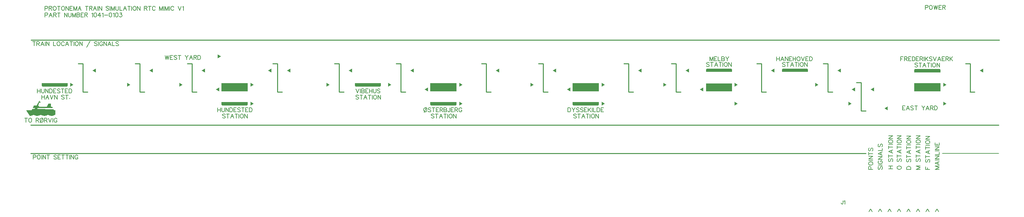
<source format=gto>
G04 Layer: TopSilkscreenLayer*
G04 EasyEDA v6.5.32, 2023-07-25 14:04:49*
G04 83b8108bbb2141419d28d1856ce8099d,5a6b42c53f6a479593ecc07194224c93,10*
G04 Gerber Generator version 0.2*
G04 Scale: 100 percent, Rotated: No, Reflected: No *
G04 Dimensions in millimeters *
G04 leading zeros omitted , absolute positions ,4 integer and 5 decimal *
%FSLAX45Y45*%
%MOMM*%

%ADD10C,0.1524*%
%ADD11C,0.2000*%
%ADD12C,0.5000*%
%ADD13C,0.2540*%

%LPD*%
G36*
X1251153Y18175833D02*
G01*
X1243025Y18175782D01*
X1169974Y18044617D01*
X1099312Y18043601D01*
X1078788Y18002351D01*
X1069746Y17983352D01*
X1072286Y17982946D01*
X1089558Y17982184D01*
X1134516Y17981422D01*
X1116888Y17949773D01*
X1053388Y17949773D01*
X1037234Y17917210D01*
X930656Y17917058D01*
X898042Y17916398D01*
X895502Y17916093D01*
X914146Y17885460D01*
X978560Y17782489D01*
X986485Y17769433D01*
X1003706Y17770398D01*
X1010462Y17770957D01*
X1017269Y17771821D01*
X1024077Y17773040D01*
X1030833Y17774564D01*
X1037590Y17776393D01*
X1044244Y17778526D01*
X1050848Y17780914D01*
X1063599Y17786604D01*
X1069797Y17789855D01*
X1075740Y17793309D01*
X1088440Y17801844D01*
X1097026Y17796154D01*
X1106576Y17790769D01*
X1117600Y17785283D01*
X1129233Y17780406D01*
X1141120Y17776494D01*
X1153210Y17773548D01*
X1165402Y17771516D01*
X1177696Y17770398D01*
X1189990Y17770246D01*
X1196136Y17770500D01*
X1208328Y17771719D01*
X1214424Y17772634D01*
X1226413Y17775224D01*
X1232357Y17776850D01*
X1244041Y17780812D01*
X1255471Y17785689D01*
X1261059Y17788432D01*
X1266545Y17791430D01*
X1277213Y17798084D01*
X1282700Y17801844D01*
X1294384Y17794020D01*
X1299464Y17791023D01*
X1310487Y17785435D01*
X1322527Y17780457D01*
X1328826Y17778171D01*
X1340459Y17774615D01*
X1349400Y17772532D01*
X1353870Y17771872D01*
X1364335Y17771160D01*
X1378966Y17771008D01*
X1392783Y17771160D01*
X1403299Y17771770D01*
X1411986Y17772989D01*
X1420368Y17774970D01*
X1426311Y17776799D01*
X1432661Y17779034D01*
X1445768Y17784470D01*
X1458366Y17790718D01*
X1464056Y17793970D01*
X1476197Y17802047D01*
X1488897Y17793512D01*
X1499870Y17787467D01*
X1511401Y17782235D01*
X1523796Y17777764D01*
X1536395Y17774310D01*
X1542745Y17772989D01*
X1555546Y17771059D01*
X1568450Y17770195D01*
X1581302Y17770348D01*
X1594104Y17771465D01*
X1606804Y17773650D01*
X1619300Y17776799D01*
X1625447Y17778780D01*
X1637588Y17783454D01*
X1649374Y17789144D01*
X1669034Y17800472D01*
X1669034Y17917210D01*
X1639316Y17917312D01*
X1622094Y17948808D01*
X1188974Y17949824D01*
X1198727Y17982387D01*
X1529994Y17982590D01*
X1579372Y17982895D01*
X1603908Y17983352D01*
X1601673Y17988584D01*
X1588566Y18014950D01*
X1552244Y18014950D01*
X1552244Y18095417D01*
X1487678Y18095417D01*
X1442770Y18014950D01*
X1244803Y18014950D01*
X1225499Y18035625D01*
X1218438Y18043652D01*
X1243025Y18122239D01*
X1276502Y18122239D01*
X1276502Y18145252D01*
X1259230Y18145353D01*
X1255268Y18145760D01*
X1252626Y18146318D01*
X1251610Y18146979D01*
X1252728Y18151805D01*
X1258112Y18169890D01*
X1259281Y18174462D01*
X1258620Y18175020D01*
X1256893Y18175478D01*
G37*
D10*
X1397000Y20714716D02*
G01*
X1397000Y20605750D01*
X1397000Y20714716D02*
G01*
X1443736Y20714716D01*
X1459229Y20709636D01*
X1464563Y20704302D01*
X1469643Y20693887D01*
X1469643Y20678394D01*
X1464563Y20667979D01*
X1459229Y20662900D01*
X1443736Y20657566D01*
X1397000Y20657566D01*
X1503934Y20714716D02*
G01*
X1503934Y20605750D01*
X1503934Y20714716D02*
G01*
X1550670Y20714716D01*
X1566418Y20709636D01*
X1571497Y20704302D01*
X1576831Y20693887D01*
X1576831Y20683474D01*
X1571497Y20673060D01*
X1566418Y20667979D01*
X1550670Y20662900D01*
X1503934Y20662900D01*
X1540509Y20662900D02*
G01*
X1576831Y20605750D01*
X1642109Y20714716D02*
G01*
X1631950Y20709636D01*
X1621536Y20699221D01*
X1616202Y20688808D01*
X1611122Y20673060D01*
X1611122Y20647152D01*
X1616202Y20631658D01*
X1621536Y20621244D01*
X1631950Y20610829D01*
X1642109Y20605750D01*
X1662938Y20605750D01*
X1673352Y20610829D01*
X1683765Y20621244D01*
X1689100Y20631658D01*
X1694179Y20647152D01*
X1694179Y20673060D01*
X1689100Y20688808D01*
X1683765Y20699221D01*
X1673352Y20709636D01*
X1662938Y20714716D01*
X1642109Y20714716D01*
X1764791Y20714716D02*
G01*
X1764791Y20605750D01*
X1728470Y20714716D02*
G01*
X1801113Y20714716D01*
X1866645Y20714716D02*
G01*
X1856231Y20709636D01*
X1845818Y20699221D01*
X1840738Y20688808D01*
X1835404Y20673060D01*
X1835404Y20647152D01*
X1840738Y20631658D01*
X1845818Y20621244D01*
X1856231Y20610829D01*
X1866645Y20605750D01*
X1887474Y20605750D01*
X1897888Y20610829D01*
X1908302Y20621244D01*
X1913381Y20631658D01*
X1918715Y20647152D01*
X1918715Y20673060D01*
X1913381Y20688808D01*
X1908302Y20699221D01*
X1897888Y20709636D01*
X1887474Y20714716D01*
X1866645Y20714716D01*
X1953006Y20714716D02*
G01*
X1953006Y20605750D01*
X1953006Y20714716D02*
G01*
X2025650Y20605750D01*
X2025650Y20714716D02*
G01*
X2025650Y20605750D01*
X2059940Y20714716D02*
G01*
X2059940Y20605750D01*
X2059940Y20714716D02*
G01*
X2127504Y20714716D01*
X2059940Y20662900D02*
G01*
X2101595Y20662900D01*
X2059940Y20605750D02*
G01*
X2127504Y20605750D01*
X2161793Y20714716D02*
G01*
X2161793Y20605750D01*
X2161793Y20714716D02*
G01*
X2203450Y20605750D01*
X2244852Y20714716D02*
G01*
X2203450Y20605750D01*
X2244852Y20714716D02*
G01*
X2244852Y20605750D01*
X2320797Y20714716D02*
G01*
X2279141Y20605750D01*
X2320797Y20714716D02*
G01*
X2362200Y20605750D01*
X2294890Y20642071D02*
G01*
X2346706Y20642071D01*
X2513075Y20714716D02*
G01*
X2513075Y20605750D01*
X2476500Y20714716D02*
G01*
X2549397Y20714716D01*
X2583688Y20714716D02*
G01*
X2583688Y20605750D01*
X2583688Y20714716D02*
G01*
X2630424Y20714716D01*
X2645918Y20709636D01*
X2651252Y20704302D01*
X2656331Y20693887D01*
X2656331Y20683474D01*
X2651252Y20673060D01*
X2645918Y20667979D01*
X2630424Y20662900D01*
X2583688Y20662900D01*
X2620009Y20662900D02*
G01*
X2656331Y20605750D01*
X2732277Y20714716D02*
G01*
X2690622Y20605750D01*
X2732277Y20714716D02*
G01*
X2773679Y20605750D01*
X2706370Y20642071D02*
G01*
X2758186Y20642071D01*
X2807970Y20714716D02*
G01*
X2807970Y20605750D01*
X2842259Y20714716D02*
G01*
X2842259Y20605750D01*
X2842259Y20714716D02*
G01*
X2915158Y20605750D01*
X2915158Y20714716D02*
G01*
X2915158Y20605750D01*
X3102102Y20699221D02*
G01*
X3091688Y20709636D01*
X3076193Y20714716D01*
X3055365Y20714716D01*
X3039872Y20709636D01*
X3029458Y20699221D01*
X3029458Y20688808D01*
X3034538Y20678394D01*
X3039872Y20673060D01*
X3050286Y20667979D01*
X3081274Y20657566D01*
X3091688Y20652486D01*
X3097022Y20647152D01*
X3102102Y20636737D01*
X3102102Y20621244D01*
X3091688Y20610829D01*
X3076193Y20605750D01*
X3055365Y20605750D01*
X3039872Y20610829D01*
X3029458Y20621244D01*
X3136391Y20714716D02*
G01*
X3136391Y20605750D01*
X3170681Y20714716D02*
G01*
X3170681Y20605750D01*
X3170681Y20714716D02*
G01*
X3212338Y20605750D01*
X3253740Y20714716D02*
G01*
X3212338Y20605750D01*
X3253740Y20714716D02*
G01*
X3253740Y20605750D01*
X3288029Y20714716D02*
G01*
X3288029Y20636737D01*
X3293363Y20621244D01*
X3303777Y20610829D01*
X3319272Y20605750D01*
X3329686Y20605750D01*
X3345179Y20610829D01*
X3355593Y20621244D01*
X3360927Y20636737D01*
X3360927Y20714716D01*
X3395218Y20714716D02*
G01*
X3395218Y20605750D01*
X3395218Y20605750D02*
G01*
X3457447Y20605750D01*
X3533393Y20714716D02*
G01*
X3491738Y20605750D01*
X3533393Y20714716D02*
G01*
X3575050Y20605750D01*
X3507486Y20642071D02*
G01*
X3559302Y20642071D01*
X3645661Y20714716D02*
G01*
X3645661Y20605750D01*
X3609340Y20714716D02*
G01*
X3681984Y20714716D01*
X3716274Y20714716D02*
G01*
X3716274Y20605750D01*
X3781806Y20714716D02*
G01*
X3771391Y20709636D01*
X3760977Y20699221D01*
X3755643Y20688808D01*
X3750563Y20673060D01*
X3750563Y20647152D01*
X3755643Y20631658D01*
X3760977Y20621244D01*
X3771391Y20610829D01*
X3781806Y20605750D01*
X3802379Y20605750D01*
X3812793Y20610829D01*
X3823208Y20621244D01*
X3828541Y20631658D01*
X3833622Y20647152D01*
X3833622Y20673060D01*
X3828541Y20688808D01*
X3823208Y20699221D01*
X3812793Y20709636D01*
X3802379Y20714716D01*
X3781806Y20714716D01*
X3867911Y20714716D02*
G01*
X3867911Y20605750D01*
X3867911Y20714716D02*
G01*
X3940809Y20605750D01*
X3940809Y20714716D02*
G01*
X3940809Y20605750D01*
X4055109Y20714716D02*
G01*
X4055109Y20605750D01*
X4055109Y20714716D02*
G01*
X4101845Y20714716D01*
X4117340Y20709636D01*
X4122420Y20704302D01*
X4127754Y20693887D01*
X4127754Y20683474D01*
X4122420Y20673060D01*
X4117340Y20667979D01*
X4101845Y20662900D01*
X4055109Y20662900D01*
X4091431Y20662900D02*
G01*
X4127754Y20605750D01*
X4198365Y20714716D02*
G01*
X4198365Y20605750D01*
X4162043Y20714716D02*
G01*
X4234688Y20714716D01*
X4346956Y20688808D02*
G01*
X4341875Y20699221D01*
X4331461Y20709636D01*
X4321047Y20714716D01*
X4300220Y20714716D01*
X4289806Y20709636D01*
X4279391Y20699221D01*
X4274311Y20688808D01*
X4268977Y20673060D01*
X4268977Y20647152D01*
X4274311Y20631658D01*
X4279391Y20621244D01*
X4289806Y20610829D01*
X4300220Y20605750D01*
X4321047Y20605750D01*
X4331461Y20610829D01*
X4341875Y20621244D01*
X4346956Y20631658D01*
X4461256Y20714716D02*
G01*
X4461256Y20605750D01*
X4461256Y20714716D02*
G01*
X4502911Y20605750D01*
X4544313Y20714716D02*
G01*
X4502911Y20605750D01*
X4544313Y20714716D02*
G01*
X4544313Y20605750D01*
X4578604Y20714716D02*
G01*
X4578604Y20605750D01*
X4612893Y20714716D02*
G01*
X4612893Y20605750D01*
X4612893Y20714716D02*
G01*
X4654550Y20605750D01*
X4696206Y20714716D02*
G01*
X4654550Y20605750D01*
X4696206Y20714716D02*
G01*
X4696206Y20605750D01*
X4730495Y20714716D02*
G01*
X4730495Y20605750D01*
X4842509Y20688808D02*
G01*
X4837429Y20699221D01*
X4827015Y20709636D01*
X4816602Y20714716D01*
X4795774Y20714716D01*
X4785359Y20709636D01*
X4775200Y20699221D01*
X4769865Y20688808D01*
X4764786Y20673060D01*
X4764786Y20647152D01*
X4769865Y20631658D01*
X4775200Y20621244D01*
X4785359Y20610829D01*
X4795774Y20605750D01*
X4816602Y20605750D01*
X4827015Y20610829D01*
X4837429Y20621244D01*
X4842509Y20631658D01*
X4956809Y20714716D02*
G01*
X4998465Y20605750D01*
X5040122Y20714716D02*
G01*
X4998465Y20605750D01*
X5074411Y20693887D02*
G01*
X5084825Y20699221D01*
X5100320Y20714716D01*
X5100320Y20605750D01*
X1397000Y20536916D02*
G01*
X1397000Y20427950D01*
X1397000Y20536916D02*
G01*
X1443736Y20536916D01*
X1459229Y20531836D01*
X1464563Y20526502D01*
X1469643Y20516087D01*
X1469643Y20500594D01*
X1464563Y20490179D01*
X1459229Y20485100D01*
X1443736Y20479766D01*
X1397000Y20479766D01*
X1545590Y20536916D02*
G01*
X1503934Y20427950D01*
X1545590Y20536916D02*
G01*
X1587245Y20427950D01*
X1519681Y20464271D02*
G01*
X1571497Y20464271D01*
X1621536Y20536916D02*
G01*
X1621536Y20427950D01*
X1621536Y20536916D02*
G01*
X1668272Y20536916D01*
X1683765Y20531836D01*
X1689100Y20526502D01*
X1694179Y20516087D01*
X1694179Y20505674D01*
X1689100Y20495260D01*
X1683765Y20490179D01*
X1668272Y20485100D01*
X1621536Y20485100D01*
X1657858Y20485100D02*
G01*
X1694179Y20427950D01*
X1764791Y20536916D02*
G01*
X1764791Y20427950D01*
X1728470Y20536916D02*
G01*
X1801113Y20536916D01*
X1915413Y20536916D02*
G01*
X1915413Y20427950D01*
X1915413Y20536916D02*
G01*
X1988311Y20427950D01*
X1988311Y20536916D02*
G01*
X1988311Y20427950D01*
X2022602Y20536916D02*
G01*
X2022602Y20458937D01*
X2027681Y20443444D01*
X2038095Y20433029D01*
X2053590Y20427950D01*
X2064004Y20427950D01*
X2079752Y20433029D01*
X2090165Y20443444D01*
X2095245Y20458937D01*
X2095245Y20536916D01*
X2129536Y20536916D02*
G01*
X2129536Y20427950D01*
X2129536Y20536916D02*
G01*
X2171191Y20427950D01*
X2212593Y20536916D02*
G01*
X2171191Y20427950D01*
X2212593Y20536916D02*
G01*
X2212593Y20427950D01*
X2246884Y20536916D02*
G01*
X2246884Y20427950D01*
X2246884Y20536916D02*
G01*
X2293620Y20536916D01*
X2309368Y20531836D01*
X2314447Y20526502D01*
X2319781Y20516087D01*
X2319781Y20505674D01*
X2314447Y20495260D01*
X2309368Y20490179D01*
X2293620Y20485100D01*
X2246884Y20485100D02*
G01*
X2293620Y20485100D01*
X2309368Y20479766D01*
X2314447Y20474686D01*
X2319781Y20464271D01*
X2319781Y20448524D01*
X2314447Y20438110D01*
X2309368Y20433029D01*
X2293620Y20427950D01*
X2246884Y20427950D01*
X2354072Y20536916D02*
G01*
X2354072Y20427950D01*
X2354072Y20536916D02*
G01*
X2421636Y20536916D01*
X2354072Y20485100D02*
G01*
X2395474Y20485100D01*
X2354072Y20427950D02*
G01*
X2421636Y20427950D01*
X2455925Y20536916D02*
G01*
X2455925Y20427950D01*
X2455925Y20536916D02*
G01*
X2502661Y20536916D01*
X2518156Y20531836D01*
X2523490Y20526502D01*
X2528570Y20516087D01*
X2528570Y20505674D01*
X2523490Y20495260D01*
X2518156Y20490179D01*
X2502661Y20485100D01*
X2455925Y20485100D01*
X2492247Y20485100D02*
G01*
X2528570Y20427950D01*
X2642870Y20516087D02*
G01*
X2653284Y20521421D01*
X2668777Y20536916D01*
X2668777Y20427950D01*
X2734309Y20536916D02*
G01*
X2718815Y20531836D01*
X2708402Y20516087D01*
X2703068Y20490179D01*
X2703068Y20474686D01*
X2708402Y20448524D01*
X2718815Y20433029D01*
X2734309Y20427950D01*
X2744724Y20427950D01*
X2760218Y20433029D01*
X2770631Y20448524D01*
X2775965Y20474686D01*
X2775965Y20490179D01*
X2770631Y20516087D01*
X2760218Y20531836D01*
X2744724Y20536916D01*
X2734309Y20536916D01*
X2862072Y20536916D02*
G01*
X2810256Y20464271D01*
X2887979Y20464271D01*
X2862072Y20536916D02*
G01*
X2862072Y20427950D01*
X2922270Y20516087D02*
G01*
X2932684Y20521421D01*
X2948431Y20536916D01*
X2948431Y20427950D01*
X2982722Y20474686D02*
G01*
X3076193Y20474686D01*
X3141725Y20536916D02*
G01*
X3125977Y20531836D01*
X3115563Y20516087D01*
X3110484Y20490179D01*
X3110484Y20474686D01*
X3115563Y20448524D01*
X3125977Y20433029D01*
X3141725Y20427950D01*
X3152140Y20427950D01*
X3167634Y20433029D01*
X3178047Y20448524D01*
X3183127Y20474686D01*
X3183127Y20490179D01*
X3178047Y20516087D01*
X3167634Y20531836D01*
X3152140Y20536916D01*
X3141725Y20536916D01*
X3217418Y20516087D02*
G01*
X3227831Y20521421D01*
X3243579Y20536916D01*
X3243579Y20427950D01*
X3308858Y20536916D02*
G01*
X3293363Y20531836D01*
X3282950Y20516087D01*
X3277870Y20490179D01*
X3277870Y20474686D01*
X3282950Y20448524D01*
X3293363Y20433029D01*
X3308858Y20427950D01*
X3319272Y20427950D01*
X3335020Y20433029D01*
X3345179Y20448524D01*
X3350513Y20474686D01*
X3350513Y20490179D01*
X3345179Y20516087D01*
X3335020Y20531836D01*
X3319272Y20536916D01*
X3308858Y20536916D01*
X3395218Y20536916D02*
G01*
X3452368Y20536916D01*
X3421125Y20495260D01*
X3436620Y20495260D01*
X3447034Y20490179D01*
X3452368Y20485100D01*
X3457447Y20469352D01*
X3457447Y20458937D01*
X3452368Y20443444D01*
X3441954Y20433029D01*
X3426459Y20427950D01*
X3410711Y20427950D01*
X3395218Y20433029D01*
X3389884Y20438110D01*
X3384804Y20448524D01*
X22753066Y15493237D02*
G01*
X22753066Y15420594D01*
X22748493Y15406878D01*
X22743922Y15402305D01*
X22734777Y15397734D01*
X22725888Y15397734D01*
X22716743Y15402305D01*
X22712172Y15406878D01*
X22707600Y15420594D01*
X22707600Y15429737D01*
X22783038Y15475204D02*
G01*
X22792181Y15479776D01*
X22805898Y15493237D01*
X22805898Y15397734D01*
X6019792Y17984216D02*
G01*
X6019792Y17875250D01*
X6092436Y17984216D02*
G01*
X6092436Y17875250D01*
X6019792Y17932400D02*
G01*
X6092436Y17932400D01*
X6126726Y17984216D02*
G01*
X6126726Y17906237D01*
X6132060Y17890744D01*
X6142474Y17880329D01*
X6157968Y17875250D01*
X6168382Y17875250D01*
X6183876Y17880329D01*
X6194290Y17890744D01*
X6199624Y17906237D01*
X6199624Y17984216D01*
X6233914Y17984216D02*
G01*
X6233914Y17875250D01*
X6233914Y17984216D02*
G01*
X6306558Y17875250D01*
X6306558Y17984216D02*
G01*
X6306558Y17875250D01*
X6340848Y17984216D02*
G01*
X6340848Y17875250D01*
X6340848Y17984216D02*
G01*
X6377170Y17984216D01*
X6392918Y17979136D01*
X6403332Y17968721D01*
X6408412Y17958308D01*
X6413492Y17942560D01*
X6413492Y17916652D01*
X6408412Y17901158D01*
X6403332Y17890744D01*
X6392918Y17880329D01*
X6377170Y17875250D01*
X6340848Y17875250D01*
X6447782Y17984216D02*
G01*
X6447782Y17875250D01*
X6447782Y17984216D02*
G01*
X6515346Y17984216D01*
X6447782Y17932400D02*
G01*
X6489438Y17932400D01*
X6447782Y17875250D02*
G01*
X6515346Y17875250D01*
X6622534Y17968721D02*
G01*
X6612120Y17979136D01*
X6596372Y17984216D01*
X6575798Y17984216D01*
X6560050Y17979136D01*
X6549636Y17968721D01*
X6549636Y17958308D01*
X6554970Y17947894D01*
X6560050Y17942560D01*
X6570464Y17937479D01*
X6601706Y17927066D01*
X6612120Y17921986D01*
X6617200Y17916652D01*
X6622534Y17906237D01*
X6622534Y17890744D01*
X6612120Y17880329D01*
X6596372Y17875250D01*
X6575798Y17875250D01*
X6560050Y17880329D01*
X6549636Y17890744D01*
X6693146Y17984216D02*
G01*
X6693146Y17875250D01*
X6656824Y17984216D02*
G01*
X6729468Y17984216D01*
X6763758Y17984216D02*
G01*
X6763758Y17875250D01*
X6763758Y17984216D02*
G01*
X6831322Y17984216D01*
X6763758Y17932400D02*
G01*
X6805414Y17932400D01*
X6763758Y17875250D02*
G01*
X6831322Y17875250D01*
X6865612Y17984216D02*
G01*
X6865612Y17875250D01*
X6865612Y17984216D02*
G01*
X6901934Y17984216D01*
X6917682Y17979136D01*
X6927842Y17968721D01*
X6933176Y17958308D01*
X6938256Y17942560D01*
X6938256Y17916652D01*
X6933176Y17901158D01*
X6927842Y17890744D01*
X6917682Y17880329D01*
X6901934Y17875250D01*
X6865612Y17875250D01*
X6219436Y17803621D02*
G01*
X6209022Y17814036D01*
X6193528Y17819116D01*
X6172700Y17819116D01*
X6157206Y17814036D01*
X6146792Y17803621D01*
X6146792Y17793208D01*
X6151872Y17782794D01*
X6157206Y17777460D01*
X6167620Y17772379D01*
X6198862Y17761966D01*
X6209022Y17756886D01*
X6214356Y17751552D01*
X6219436Y17741137D01*
X6219436Y17725644D01*
X6209022Y17715229D01*
X6193528Y17710150D01*
X6172700Y17710150D01*
X6157206Y17715229D01*
X6146792Y17725644D01*
X6290302Y17819116D02*
G01*
X6290302Y17710150D01*
X6253726Y17819116D02*
G01*
X6326624Y17819116D01*
X6402316Y17819116D02*
G01*
X6360914Y17710150D01*
X6402316Y17819116D02*
G01*
X6443972Y17710150D01*
X6376408Y17746471D02*
G01*
X6428478Y17746471D01*
X6514584Y17819116D02*
G01*
X6514584Y17710150D01*
X6478262Y17819116D02*
G01*
X6550906Y17819116D01*
X6585196Y17819116D02*
G01*
X6585196Y17710150D01*
X6650728Y17819116D02*
G01*
X6640314Y17814036D01*
X6629900Y17803621D01*
X6624820Y17793208D01*
X6619486Y17777460D01*
X6619486Y17751552D01*
X6624820Y17736058D01*
X6629900Y17725644D01*
X6640314Y17715229D01*
X6650728Y17710150D01*
X6671556Y17710150D01*
X6681970Y17715229D01*
X6692384Y17725644D01*
X6697464Y17736058D01*
X6702798Y17751552D01*
X6702798Y17777460D01*
X6697464Y17793208D01*
X6692384Y17803621D01*
X6681970Y17814036D01*
X6671556Y17819116D01*
X6650728Y17819116D01*
X6737088Y17819116D02*
G01*
X6737088Y17710150D01*
X6737088Y17819116D02*
G01*
X6809732Y17710150D01*
X6809732Y17819116D02*
G01*
X6809732Y17710150D01*
X9788136Y18311621D02*
G01*
X9777722Y18322036D01*
X9762228Y18327116D01*
X9741400Y18327116D01*
X9725906Y18322036D01*
X9715492Y18311621D01*
X9715492Y18301208D01*
X9720572Y18290794D01*
X9725906Y18285460D01*
X9736320Y18280379D01*
X9767562Y18269966D01*
X9777722Y18264886D01*
X9783056Y18259552D01*
X9788136Y18249137D01*
X9788136Y18233644D01*
X9777722Y18223229D01*
X9762228Y18218150D01*
X9741400Y18218150D01*
X9725906Y18223229D01*
X9715492Y18233644D01*
X9859002Y18327116D02*
G01*
X9859002Y18218150D01*
X9822426Y18327116D02*
G01*
X9895324Y18327116D01*
X9971016Y18327116D02*
G01*
X9929614Y18218150D01*
X9971016Y18327116D02*
G01*
X10012672Y18218150D01*
X9945108Y18254471D02*
G01*
X9997178Y18254471D01*
X10083284Y18327116D02*
G01*
X10083284Y18218150D01*
X10046962Y18327116D02*
G01*
X10119606Y18327116D01*
X10153896Y18327116D02*
G01*
X10153896Y18218150D01*
X10219428Y18327116D02*
G01*
X10209014Y18322036D01*
X10198600Y18311621D01*
X10193520Y18301208D01*
X10188186Y18285460D01*
X10188186Y18259552D01*
X10193520Y18244058D01*
X10198600Y18233644D01*
X10209014Y18223229D01*
X10219428Y18218150D01*
X10240256Y18218150D01*
X10250670Y18223229D01*
X10261084Y18233644D01*
X10266164Y18244058D01*
X10271498Y18259552D01*
X10271498Y18285460D01*
X10266164Y18301208D01*
X10261084Y18311621D01*
X10250670Y18322036D01*
X10240256Y18327116D01*
X10219428Y18327116D01*
X10305788Y18327116D02*
G01*
X10305788Y18218150D01*
X10305788Y18327116D02*
G01*
X10378432Y18218150D01*
X10378432Y18327116D02*
G01*
X10378432Y18218150D01*
X9715492Y18492216D02*
G01*
X9757148Y18383250D01*
X9798550Y18492216D02*
G01*
X9757148Y18383250D01*
X9832840Y18492216D02*
G01*
X9832840Y18383250D01*
X9867130Y18492216D02*
G01*
X9867130Y18383250D01*
X9867130Y18492216D02*
G01*
X9913866Y18492216D01*
X9929614Y18487136D01*
X9934694Y18481802D01*
X9940028Y18471387D01*
X9940028Y18460974D01*
X9934694Y18450560D01*
X9929614Y18445479D01*
X9913866Y18440400D01*
X9867130Y18440400D02*
G01*
X9913866Y18440400D01*
X9929614Y18435066D01*
X9934694Y18429986D01*
X9940028Y18419571D01*
X9940028Y18403824D01*
X9934694Y18393410D01*
X9929614Y18388329D01*
X9913866Y18383250D01*
X9867130Y18383250D01*
X9974318Y18492216D02*
G01*
X9974318Y18383250D01*
X9974318Y18492216D02*
G01*
X10041882Y18492216D01*
X9974318Y18440400D02*
G01*
X10015720Y18440400D01*
X9974318Y18383250D02*
G01*
X10041882Y18383250D01*
X10076172Y18492216D02*
G01*
X10076172Y18383250D01*
X10148816Y18492216D02*
G01*
X10148816Y18383250D01*
X10076172Y18440400D02*
G01*
X10148816Y18440400D01*
X10183106Y18492216D02*
G01*
X10183106Y18414237D01*
X10188186Y18398744D01*
X10198600Y18388329D01*
X10214348Y18383250D01*
X10224762Y18383250D01*
X10240256Y18388329D01*
X10250670Y18398744D01*
X10255750Y18414237D01*
X10255750Y18492216D01*
X10362938Y18476721D02*
G01*
X10352524Y18487136D01*
X10336776Y18492216D01*
X10316202Y18492216D01*
X10300454Y18487136D01*
X10290040Y18476721D01*
X10290040Y18466308D01*
X10295374Y18455894D01*
X10300454Y18450560D01*
X10310868Y18445479D01*
X10342110Y18435066D01*
X10352524Y18429986D01*
X10357604Y18424652D01*
X10362938Y18414237D01*
X10362938Y18398744D01*
X10352524Y18388329D01*
X10336776Y18383250D01*
X10316202Y18383250D01*
X10300454Y18388329D01*
X10290040Y18398744D01*
X11807436Y17803621D02*
G01*
X11797022Y17814036D01*
X11781528Y17819116D01*
X11760700Y17819116D01*
X11745206Y17814036D01*
X11734792Y17803621D01*
X11734792Y17793208D01*
X11739872Y17782794D01*
X11745206Y17777460D01*
X11755620Y17772379D01*
X11786862Y17761966D01*
X11797022Y17756886D01*
X11802356Y17751552D01*
X11807436Y17741137D01*
X11807436Y17725644D01*
X11797022Y17715229D01*
X11781528Y17710150D01*
X11760700Y17710150D01*
X11745206Y17715229D01*
X11734792Y17725644D01*
X11878302Y17819116D02*
G01*
X11878302Y17710150D01*
X11841726Y17819116D02*
G01*
X11914624Y17819116D01*
X11990316Y17819116D02*
G01*
X11948914Y17710150D01*
X11990316Y17819116D02*
G01*
X12031972Y17710150D01*
X11964408Y17746471D02*
G01*
X12016478Y17746471D01*
X12102584Y17819116D02*
G01*
X12102584Y17710150D01*
X12066262Y17819116D02*
G01*
X12138906Y17819116D01*
X12173196Y17819116D02*
G01*
X12173196Y17710150D01*
X12238728Y17819116D02*
G01*
X12228314Y17814036D01*
X12217900Y17803621D01*
X12212820Y17793208D01*
X12207486Y17777460D01*
X12207486Y17751552D01*
X12212820Y17736058D01*
X12217900Y17725644D01*
X12228314Y17715229D01*
X12238728Y17710150D01*
X12259556Y17710150D01*
X12269970Y17715229D01*
X12280384Y17725644D01*
X12285464Y17736058D01*
X12290798Y17751552D01*
X12290798Y17777460D01*
X12285464Y17793208D01*
X12280384Y17803621D01*
X12269970Y17814036D01*
X12259556Y17819116D01*
X12238728Y17819116D01*
X12325088Y17819116D02*
G01*
X12325088Y17710150D01*
X12325088Y17819116D02*
G01*
X12397732Y17710150D01*
X12397732Y17819116D02*
G01*
X12397732Y17710150D01*
X11562834Y17984216D02*
G01*
X11552420Y17979136D01*
X11542006Y17968721D01*
X11536672Y17958308D01*
X11531592Y17942560D01*
X11531592Y17916652D01*
X11536672Y17901158D01*
X11542006Y17890744D01*
X11552420Y17880329D01*
X11562834Y17875250D01*
X11583662Y17875250D01*
X11593822Y17880329D01*
X11604236Y17890744D01*
X11609570Y17901158D01*
X11614650Y17916652D01*
X11614650Y17942560D01*
X11609570Y17958308D01*
X11604236Y17968721D01*
X11593822Y17979136D01*
X11583662Y17984216D01*
X11562834Y17984216D01*
X11721838Y17968721D02*
G01*
X11711424Y17979136D01*
X11695676Y17984216D01*
X11675102Y17984216D01*
X11659354Y17979136D01*
X11648940Y17968721D01*
X11648940Y17958308D01*
X11654274Y17947894D01*
X11659354Y17942560D01*
X11669768Y17937479D01*
X11701010Y17927066D01*
X11711424Y17921986D01*
X11716504Y17916652D01*
X11721838Y17906237D01*
X11721838Y17890744D01*
X11711424Y17880329D01*
X11695676Y17875250D01*
X11675102Y17875250D01*
X11659354Y17880329D01*
X11648940Y17890744D01*
X11792450Y17984216D02*
G01*
X11792450Y17875250D01*
X11756128Y17984216D02*
G01*
X11828772Y17984216D01*
X11863062Y17984216D02*
G01*
X11863062Y17875250D01*
X11863062Y17984216D02*
G01*
X11930626Y17984216D01*
X11863062Y17932400D02*
G01*
X11904718Y17932400D01*
X11863062Y17875250D02*
G01*
X11930626Y17875250D01*
X11964916Y17984216D02*
G01*
X11964916Y17875250D01*
X11964916Y17984216D02*
G01*
X12011652Y17984216D01*
X12027146Y17979136D01*
X12032480Y17973802D01*
X12037560Y17963387D01*
X12037560Y17952974D01*
X12032480Y17942560D01*
X12027146Y17937479D01*
X12011652Y17932400D01*
X11964916Y17932400D01*
X12001238Y17932400D02*
G01*
X12037560Y17875250D01*
X12071850Y17984216D02*
G01*
X12071850Y17875250D01*
X12071850Y17984216D02*
G01*
X12118586Y17984216D01*
X12134334Y17979136D01*
X12139414Y17973802D01*
X12144748Y17963387D01*
X12144748Y17952974D01*
X12139414Y17942560D01*
X12134334Y17937479D01*
X12118586Y17932400D01*
X12071850Y17932400D02*
G01*
X12118586Y17932400D01*
X12134334Y17927066D01*
X12139414Y17921986D01*
X12144748Y17911571D01*
X12144748Y17895824D01*
X12139414Y17885410D01*
X12134334Y17880329D01*
X12118586Y17875250D01*
X12071850Y17875250D01*
X12230854Y17984216D02*
G01*
X12230854Y17901158D01*
X12225774Y17885410D01*
X12220440Y17880329D01*
X12210026Y17875250D01*
X12199612Y17875250D01*
X12189452Y17880329D01*
X12184118Y17885410D01*
X12179038Y17901158D01*
X12179038Y17911571D01*
X12265144Y17984216D02*
G01*
X12265144Y17875250D01*
X12265144Y17984216D02*
G01*
X12332708Y17984216D01*
X12265144Y17932400D02*
G01*
X12306800Y17932400D01*
X12265144Y17875250D02*
G01*
X12332708Y17875250D01*
X12366998Y17984216D02*
G01*
X12366998Y17875250D01*
X12366998Y17984216D02*
G01*
X12413734Y17984216D01*
X12429482Y17979136D01*
X12434562Y17973802D01*
X12439642Y17963387D01*
X12439642Y17952974D01*
X12434562Y17942560D01*
X12429482Y17937479D01*
X12413734Y17932400D01*
X12366998Y17932400D01*
X12403320Y17932400D02*
G01*
X12439642Y17875250D01*
X12551910Y17958308D02*
G01*
X12546830Y17968721D01*
X12536416Y17979136D01*
X12526002Y17984216D01*
X12505174Y17984216D01*
X12494760Y17979136D01*
X12484346Y17968721D01*
X12479266Y17958308D01*
X12473932Y17942560D01*
X12473932Y17916652D01*
X12479266Y17901158D01*
X12484346Y17890744D01*
X12494760Y17880329D01*
X12505174Y17875250D01*
X12526002Y17875250D01*
X12536416Y17880329D01*
X12546830Y17890744D01*
X12551910Y17901158D01*
X12551910Y17916652D01*
X12526002Y17916652D02*
G01*
X12551910Y17916652D01*
X15392397Y17984216D02*
G01*
X15392397Y17875250D01*
X15392397Y17984216D02*
G01*
X15428719Y17984216D01*
X15444467Y17979136D01*
X15454627Y17968721D01*
X15459961Y17958308D01*
X15465041Y17942560D01*
X15465041Y17916652D01*
X15459961Y17901158D01*
X15454627Y17890744D01*
X15444467Y17880329D01*
X15428719Y17875250D01*
X15392397Y17875250D01*
X15499331Y17984216D02*
G01*
X15540987Y17932400D01*
X15540987Y17875250D01*
X15582643Y17984216D02*
G01*
X15540987Y17932400D01*
X15689577Y17968721D02*
G01*
X15679163Y17979136D01*
X15663669Y17984216D01*
X15642841Y17984216D01*
X15627347Y17979136D01*
X15616933Y17968721D01*
X15616933Y17958308D01*
X15622013Y17947894D01*
X15627347Y17942560D01*
X15637507Y17937479D01*
X15668749Y17927066D01*
X15679163Y17921986D01*
X15684497Y17916652D01*
X15689577Y17906237D01*
X15689577Y17890744D01*
X15679163Y17880329D01*
X15663669Y17875250D01*
X15642841Y17875250D01*
X15627347Y17880329D01*
X15616933Y17890744D01*
X15796511Y17968721D02*
G01*
X15786097Y17979136D01*
X15770603Y17984216D01*
X15749775Y17984216D01*
X15734281Y17979136D01*
X15723867Y17968721D01*
X15723867Y17958308D01*
X15728947Y17947894D01*
X15734281Y17942560D01*
X15744695Y17937479D01*
X15775937Y17927066D01*
X15786097Y17921986D01*
X15791431Y17916652D01*
X15796511Y17906237D01*
X15796511Y17890744D01*
X15786097Y17880329D01*
X15770603Y17875250D01*
X15749775Y17875250D01*
X15734281Y17880329D01*
X15723867Y17890744D01*
X15830801Y17984216D02*
G01*
X15830801Y17875250D01*
X15830801Y17984216D02*
G01*
X15898365Y17984216D01*
X15830801Y17932400D02*
G01*
X15872457Y17932400D01*
X15830801Y17875250D02*
G01*
X15898365Y17875250D01*
X15932655Y17984216D02*
G01*
X15932655Y17875250D01*
X16005553Y17984216D02*
G01*
X15932655Y17911571D01*
X15958817Y17937479D02*
G01*
X16005553Y17875250D01*
X16039843Y17984216D02*
G01*
X16039843Y17875250D01*
X16074133Y17984216D02*
G01*
X16074133Y17875250D01*
X16074133Y17875250D02*
G01*
X16136363Y17875250D01*
X16170653Y17984216D02*
G01*
X16170653Y17875250D01*
X16170653Y17984216D02*
G01*
X16206975Y17984216D01*
X16222723Y17979136D01*
X16233137Y17968721D01*
X16238217Y17958308D01*
X16243297Y17942560D01*
X16243297Y17916652D01*
X16238217Y17901158D01*
X16233137Y17890744D01*
X16222723Y17880329D01*
X16206975Y17875250D01*
X16170653Y17875250D01*
X16277587Y17984216D02*
G01*
X16277587Y17875250D01*
X16277587Y17984216D02*
G01*
X16345151Y17984216D01*
X16277587Y17932400D02*
G01*
X16319243Y17932400D01*
X16277587Y17875250D02*
G01*
X16345151Y17875250D01*
X15617441Y17803621D02*
G01*
X15607027Y17814036D01*
X15591533Y17819116D01*
X15570705Y17819116D01*
X15555211Y17814036D01*
X15544797Y17803621D01*
X15544797Y17793208D01*
X15549877Y17782794D01*
X15555211Y17777460D01*
X15565625Y17772379D01*
X15596867Y17761966D01*
X15607027Y17756886D01*
X15612361Y17751552D01*
X15617441Y17741137D01*
X15617441Y17725644D01*
X15607027Y17715229D01*
X15591533Y17710150D01*
X15570705Y17710150D01*
X15555211Y17715229D01*
X15544797Y17725644D01*
X15688307Y17819116D02*
G01*
X15688307Y17710150D01*
X15651731Y17819116D02*
G01*
X15724629Y17819116D01*
X15800321Y17819116D02*
G01*
X15758919Y17710150D01*
X15800321Y17819116D02*
G01*
X15841977Y17710150D01*
X15774413Y17746471D02*
G01*
X15826483Y17746471D01*
X15912589Y17819116D02*
G01*
X15912589Y17710150D01*
X15876267Y17819116D02*
G01*
X15948911Y17819116D01*
X15983201Y17819116D02*
G01*
X15983201Y17710150D01*
X16048733Y17819116D02*
G01*
X16038319Y17814036D01*
X16027905Y17803621D01*
X16022825Y17793208D01*
X16017491Y17777460D01*
X16017491Y17751552D01*
X16022825Y17736058D01*
X16027905Y17725644D01*
X16038319Y17715229D01*
X16048733Y17710150D01*
X16069561Y17710150D01*
X16079975Y17715229D01*
X16090389Y17725644D01*
X16095469Y17736058D01*
X16100803Y17751552D01*
X16100803Y17777460D01*
X16095469Y17793208D01*
X16090389Y17803621D01*
X16079975Y17814036D01*
X16069561Y17819116D01*
X16048733Y17819116D01*
X16135093Y17819116D02*
G01*
X16135093Y17710150D01*
X16135093Y17819116D02*
G01*
X16207737Y17710150D01*
X16207737Y17819116D02*
G01*
X16207737Y17710150D01*
X1079500Y16714216D02*
G01*
X1079500Y16605250D01*
X1079500Y16714216D02*
G01*
X1126236Y16714216D01*
X1141729Y16709136D01*
X1147063Y16703802D01*
X1152143Y16693387D01*
X1152143Y16677894D01*
X1147063Y16667479D01*
X1141729Y16662400D01*
X1126236Y16657066D01*
X1079500Y16657066D01*
X1217675Y16714216D02*
G01*
X1207261Y16709136D01*
X1196847Y16698721D01*
X1191768Y16688307D01*
X1186434Y16672560D01*
X1186434Y16646652D01*
X1191768Y16631157D01*
X1196847Y16620744D01*
X1207261Y16610329D01*
X1217675Y16605250D01*
X1238504Y16605250D01*
X1248918Y16610329D01*
X1259331Y16620744D01*
X1264411Y16631157D01*
X1269745Y16646652D01*
X1269745Y16672560D01*
X1264411Y16688307D01*
X1259331Y16698721D01*
X1248918Y16709136D01*
X1238504Y16714216D01*
X1217675Y16714216D01*
X1304036Y16714216D02*
G01*
X1304036Y16605250D01*
X1338325Y16714216D02*
G01*
X1338325Y16605250D01*
X1338325Y16714216D02*
G01*
X1410970Y16605250D01*
X1410970Y16714216D02*
G01*
X1410970Y16605250D01*
X1481581Y16714216D02*
G01*
X1481581Y16605250D01*
X1445259Y16714216D02*
G01*
X1517904Y16714216D01*
X1705102Y16698721D02*
G01*
X1694688Y16709136D01*
X1678940Y16714216D01*
X1658365Y16714216D01*
X1642618Y16709136D01*
X1632204Y16698721D01*
X1632204Y16688307D01*
X1637538Y16677894D01*
X1642618Y16672560D01*
X1653031Y16667479D01*
X1684274Y16657066D01*
X1694688Y16651986D01*
X1699768Y16646652D01*
X1705102Y16636237D01*
X1705102Y16620744D01*
X1694688Y16610329D01*
X1678940Y16605250D01*
X1658365Y16605250D01*
X1642618Y16610329D01*
X1632204Y16620744D01*
X1739391Y16714216D02*
G01*
X1739391Y16605250D01*
X1739391Y16714216D02*
G01*
X1806956Y16714216D01*
X1739391Y16662400D02*
G01*
X1780793Y16662400D01*
X1739391Y16605250D02*
G01*
X1806956Y16605250D01*
X1877568Y16714216D02*
G01*
X1877568Y16605250D01*
X1841245Y16714216D02*
G01*
X1913890Y16714216D01*
X1984502Y16714216D02*
G01*
X1984502Y16605250D01*
X1948179Y16714216D02*
G01*
X2020824Y16714216D01*
X2055113Y16714216D02*
G01*
X2055113Y16605250D01*
X2089404Y16714216D02*
G01*
X2089404Y16605250D01*
X2089404Y16714216D02*
G01*
X2162302Y16605250D01*
X2162302Y16714216D02*
G01*
X2162302Y16605250D01*
X2274570Y16688307D02*
G01*
X2269236Y16698721D01*
X2258822Y16709136D01*
X2248408Y16714216D01*
X2227579Y16714216D01*
X2217420Y16709136D01*
X2207006Y16698721D01*
X2201672Y16688307D01*
X2196591Y16672560D01*
X2196591Y16646652D01*
X2201672Y16631157D01*
X2207006Y16620744D01*
X2217420Y16610329D01*
X2227579Y16605250D01*
X2248408Y16605250D01*
X2258822Y16610329D01*
X2269236Y16620744D01*
X2274570Y16631157D01*
X2274570Y16646652D01*
X2248408Y16646652D02*
G01*
X2274570Y16646652D01*
X24295097Y19355816D02*
G01*
X24295097Y19246850D01*
X24295097Y19355816D02*
G01*
X24362661Y19355816D01*
X24295097Y19304000D02*
G01*
X24336753Y19304000D01*
X24396951Y19355816D02*
G01*
X24396951Y19246850D01*
X24396951Y19355816D02*
G01*
X24443687Y19355816D01*
X24459181Y19350736D01*
X24464515Y19345402D01*
X24469595Y19334987D01*
X24469595Y19324574D01*
X24464515Y19314160D01*
X24459181Y19309079D01*
X24443687Y19304000D01*
X24396951Y19304000D01*
X24433273Y19304000D02*
G01*
X24469595Y19246850D01*
X24503885Y19355816D02*
G01*
X24503885Y19246850D01*
X24503885Y19355816D02*
G01*
X24571449Y19355816D01*
X24503885Y19304000D02*
G01*
X24545541Y19304000D01*
X24503885Y19246850D02*
G01*
X24571449Y19246850D01*
X24605739Y19355816D02*
G01*
X24605739Y19246850D01*
X24605739Y19355816D02*
G01*
X24642061Y19355816D01*
X24657809Y19350736D01*
X24668223Y19340321D01*
X24673303Y19329908D01*
X24678637Y19314160D01*
X24678637Y19288252D01*
X24673303Y19272758D01*
X24668223Y19262344D01*
X24657809Y19251929D01*
X24642061Y19246850D01*
X24605739Y19246850D01*
X24712927Y19355816D02*
G01*
X24712927Y19246850D01*
X24712927Y19355816D02*
G01*
X24780237Y19355816D01*
X24712927Y19304000D02*
G01*
X24754329Y19304000D01*
X24712927Y19246850D02*
G01*
X24780237Y19246850D01*
X24814527Y19355816D02*
G01*
X24814527Y19246850D01*
X24814527Y19355816D02*
G01*
X24861517Y19355816D01*
X24877011Y19350736D01*
X24882091Y19345402D01*
X24887425Y19334987D01*
X24887425Y19324574D01*
X24882091Y19314160D01*
X24877011Y19309079D01*
X24861517Y19304000D01*
X24814527Y19304000D01*
X24851103Y19304000D02*
G01*
X24887425Y19246850D01*
X24921715Y19355816D02*
G01*
X24921715Y19246850D01*
X24956005Y19355816D02*
G01*
X24956005Y19246850D01*
X25028649Y19355816D02*
G01*
X24956005Y19283171D01*
X24981913Y19309079D02*
G01*
X25028649Y19246850D01*
X25135837Y19340321D02*
G01*
X25125423Y19350736D01*
X25109675Y19355816D01*
X25088847Y19355816D01*
X25073353Y19350736D01*
X25062939Y19340321D01*
X25062939Y19329908D01*
X25068273Y19319494D01*
X25073353Y19314160D01*
X25083767Y19309079D01*
X25115009Y19298666D01*
X25125423Y19293586D01*
X25130503Y19288252D01*
X25135837Y19277837D01*
X25135837Y19262344D01*
X25125423Y19251929D01*
X25109675Y19246850D01*
X25088847Y19246850D01*
X25073353Y19251929D01*
X25062939Y19262344D01*
X25170127Y19355816D02*
G01*
X25211529Y19246850D01*
X25253185Y19355816D02*
G01*
X25211529Y19246850D01*
X25328877Y19355816D02*
G01*
X25287475Y19246850D01*
X25328877Y19355816D02*
G01*
X25370533Y19246850D01*
X25302969Y19283171D02*
G01*
X25355039Y19283171D01*
X25404823Y19355816D02*
G01*
X25404823Y19246850D01*
X25404823Y19355816D02*
G01*
X25472387Y19355816D01*
X25404823Y19304000D02*
G01*
X25446479Y19304000D01*
X25404823Y19246850D02*
G01*
X25472387Y19246850D01*
X25506677Y19355816D02*
G01*
X25506677Y19246850D01*
X25506677Y19355816D02*
G01*
X25553413Y19355816D01*
X25568907Y19350736D01*
X25574241Y19345402D01*
X25579321Y19334987D01*
X25579321Y19324574D01*
X25574241Y19314160D01*
X25568907Y19309079D01*
X25553413Y19304000D01*
X25506677Y19304000D01*
X25542999Y19304000D02*
G01*
X25579321Y19246850D01*
X25613611Y19355816D02*
G01*
X25613611Y19246850D01*
X25686509Y19355816D02*
G01*
X25613611Y19283171D01*
X25639773Y19309079D02*
G01*
X25686509Y19246850D01*
X24748741Y19175221D02*
G01*
X24738327Y19185636D01*
X24722833Y19190716D01*
X24702005Y19190716D01*
X24686511Y19185636D01*
X24676097Y19175221D01*
X24676097Y19164808D01*
X24681177Y19154394D01*
X24686511Y19149060D01*
X24696925Y19143979D01*
X24728167Y19133566D01*
X24738327Y19128486D01*
X24743661Y19123152D01*
X24748741Y19112737D01*
X24748741Y19097244D01*
X24738327Y19086829D01*
X24722833Y19081750D01*
X24702005Y19081750D01*
X24686511Y19086829D01*
X24676097Y19097244D01*
X24819607Y19190716D02*
G01*
X24819607Y19081750D01*
X24783031Y19190716D02*
G01*
X24855929Y19190716D01*
X24931621Y19190716D02*
G01*
X24890219Y19081750D01*
X24931621Y19190716D02*
G01*
X24973277Y19081750D01*
X24905713Y19118071D02*
G01*
X24957783Y19118071D01*
X25043889Y19190716D02*
G01*
X25043889Y19081750D01*
X25007567Y19190716D02*
G01*
X25080211Y19190716D01*
X25114501Y19190716D02*
G01*
X25114501Y19081750D01*
X25180033Y19190716D02*
G01*
X25169619Y19185636D01*
X25159205Y19175221D01*
X25154125Y19164808D01*
X25148791Y19149060D01*
X25148791Y19123152D01*
X25154125Y19107658D01*
X25159205Y19097244D01*
X25169619Y19086829D01*
X25180033Y19081750D01*
X25200861Y19081750D01*
X25211275Y19086829D01*
X25221689Y19097244D01*
X25226769Y19107658D01*
X25232103Y19123152D01*
X25232103Y19149060D01*
X25226769Y19164808D01*
X25221689Y19175221D01*
X25211275Y19185636D01*
X25200861Y19190716D01*
X25180033Y19190716D01*
X25266393Y19190716D02*
G01*
X25266393Y19081750D01*
X25266393Y19190716D02*
G01*
X25339037Y19081750D01*
X25339037Y19190716D02*
G01*
X25339037Y19081750D01*
X21205441Y19187921D02*
G01*
X21195027Y19198336D01*
X21179533Y19203416D01*
X21158705Y19203416D01*
X21143211Y19198336D01*
X21132797Y19187921D01*
X21132797Y19177508D01*
X21137877Y19167094D01*
X21143211Y19161760D01*
X21153625Y19156679D01*
X21184867Y19146266D01*
X21195027Y19141186D01*
X21200361Y19135852D01*
X21205441Y19125437D01*
X21205441Y19109944D01*
X21195027Y19099529D01*
X21179533Y19094450D01*
X21158705Y19094450D01*
X21143211Y19099529D01*
X21132797Y19109944D01*
X21276307Y19203416D02*
G01*
X21276307Y19094450D01*
X21239731Y19203416D02*
G01*
X21312629Y19203416D01*
X21388321Y19203416D02*
G01*
X21346919Y19094450D01*
X21388321Y19203416D02*
G01*
X21429977Y19094450D01*
X21362413Y19130771D02*
G01*
X21414483Y19130771D01*
X21500589Y19203416D02*
G01*
X21500589Y19094450D01*
X21464267Y19203416D02*
G01*
X21536911Y19203416D01*
X21571201Y19203416D02*
G01*
X21571201Y19094450D01*
X21636733Y19203416D02*
G01*
X21626319Y19198336D01*
X21615905Y19187921D01*
X21610825Y19177508D01*
X21605491Y19161760D01*
X21605491Y19135852D01*
X21610825Y19120358D01*
X21615905Y19109944D01*
X21626319Y19099529D01*
X21636733Y19094450D01*
X21657561Y19094450D01*
X21667975Y19099529D01*
X21678389Y19109944D01*
X21683469Y19120358D01*
X21688803Y19135852D01*
X21688803Y19161760D01*
X21683469Y19177508D01*
X21678389Y19187921D01*
X21667975Y19198336D01*
X21657561Y19203416D01*
X21636733Y19203416D01*
X21723093Y19203416D02*
G01*
X21723093Y19094450D01*
X21723093Y19203416D02*
G01*
X21795737Y19094450D01*
X21795737Y19203416D02*
G01*
X21795737Y19094450D01*
X20980397Y19355816D02*
G01*
X20980397Y19246850D01*
X21053041Y19355816D02*
G01*
X21053041Y19246850D01*
X20980397Y19304000D02*
G01*
X21053041Y19304000D01*
X21128987Y19355816D02*
G01*
X21087331Y19246850D01*
X21128987Y19355816D02*
G01*
X21170643Y19246850D01*
X21103079Y19283171D02*
G01*
X21154895Y19283171D01*
X21204933Y19355816D02*
G01*
X21204933Y19246850D01*
X21204933Y19355816D02*
G01*
X21277577Y19246850D01*
X21277577Y19355816D02*
G01*
X21277577Y19246850D01*
X21311867Y19355816D02*
G01*
X21311867Y19246850D01*
X21311867Y19355816D02*
G01*
X21379431Y19355816D01*
X21311867Y19304000D02*
G01*
X21353523Y19304000D01*
X21311867Y19246850D02*
G01*
X21379431Y19246850D01*
X21413721Y19355816D02*
G01*
X21413721Y19246850D01*
X21486365Y19355816D02*
G01*
X21486365Y19246850D01*
X21413721Y19304000D02*
G01*
X21486365Y19304000D01*
X21551897Y19355816D02*
G01*
X21541483Y19350736D01*
X21531069Y19340321D01*
X21525989Y19329908D01*
X21520655Y19314160D01*
X21520655Y19288252D01*
X21525989Y19272758D01*
X21531069Y19262344D01*
X21541483Y19251929D01*
X21551897Y19246850D01*
X21572725Y19246850D01*
X21583139Y19251929D01*
X21593553Y19262344D01*
X21598633Y19272758D01*
X21603967Y19288252D01*
X21603967Y19314160D01*
X21598633Y19329908D01*
X21593553Y19340321D01*
X21583139Y19350736D01*
X21572725Y19355816D01*
X21551897Y19355816D01*
X21638257Y19355816D02*
G01*
X21679659Y19246850D01*
X21721315Y19355816D02*
G01*
X21679659Y19246850D01*
X21755605Y19355816D02*
G01*
X21755605Y19246850D01*
X21755605Y19355816D02*
G01*
X21823169Y19355816D01*
X21755605Y19304000D02*
G01*
X21797007Y19304000D01*
X21755605Y19246850D02*
G01*
X21823169Y19246850D01*
X21857459Y19355816D02*
G01*
X21857459Y19246850D01*
X21857459Y19355816D02*
G01*
X21893781Y19355816D01*
X21909275Y19350736D01*
X21919689Y19340321D01*
X21925023Y19329908D01*
X21930103Y19314160D01*
X21930103Y19288252D01*
X21925023Y19272758D01*
X21919689Y19262344D01*
X21909275Y19251929D01*
X21893781Y19246850D01*
X21857459Y19246850D01*
X23437341Y16332200D02*
G01*
X23551895Y16332200D01*
X23437341Y16332200D02*
G01*
X23437341Y16381221D01*
X23442929Y16397731D01*
X23448263Y16403066D01*
X23459186Y16408654D01*
X23475695Y16408654D01*
X23486618Y16403066D01*
X23491952Y16397731D01*
X23497286Y16381221D01*
X23497286Y16332200D01*
X23437341Y16477234D02*
G01*
X23442929Y16466312D01*
X23453852Y16455389D01*
X23464774Y16450055D01*
X23481029Y16444468D01*
X23508208Y16444468D01*
X23524718Y16450055D01*
X23535640Y16455389D01*
X23546561Y16466312D01*
X23551895Y16477234D01*
X23551895Y16499078D01*
X23546561Y16510000D01*
X23535640Y16520921D01*
X23524718Y16526255D01*
X23508208Y16531844D01*
X23481029Y16531844D01*
X23464774Y16526255D01*
X23453852Y16520921D01*
X23442929Y16510000D01*
X23437341Y16499078D01*
X23437341Y16477234D01*
X23437341Y16567912D02*
G01*
X23551895Y16567912D01*
X23437341Y16603726D02*
G01*
X23551895Y16603726D01*
X23437341Y16603726D02*
G01*
X23551895Y16680179D01*
X23437341Y16680179D02*
G01*
X23551895Y16680179D01*
X23437341Y16754347D02*
G01*
X23551895Y16754347D01*
X23437341Y16716247D02*
G01*
X23437341Y16792448D01*
X23453852Y16904970D02*
G01*
X23442929Y16894048D01*
X23437341Y16877537D01*
X23437341Y16855948D01*
X23442929Y16839437D01*
X23453852Y16828516D01*
X23464774Y16828516D01*
X23475695Y16834104D01*
X23481029Y16839437D01*
X23486618Y16850360D01*
X23497286Y16883126D01*
X23502874Y16894048D01*
X23508208Y16899381D01*
X23519129Y16904970D01*
X23535640Y16904970D01*
X23546561Y16894048D01*
X23551895Y16877537D01*
X23551895Y16855948D01*
X23546561Y16839437D01*
X23535640Y16828516D01*
X23707852Y16408654D02*
G01*
X23696929Y16397731D01*
X23691341Y16381221D01*
X23691341Y16359378D01*
X23696929Y16343121D01*
X23707852Y16332200D01*
X23718774Y16332200D01*
X23729695Y16337534D01*
X23735029Y16343121D01*
X23740618Y16354044D01*
X23751286Y16386810D01*
X23756874Y16397731D01*
X23762208Y16403066D01*
X23773129Y16408654D01*
X23789640Y16408654D01*
X23800561Y16397731D01*
X23805895Y16381221D01*
X23805895Y16359378D01*
X23800561Y16343121D01*
X23789640Y16332200D01*
X23691341Y16444468D02*
G01*
X23805895Y16444468D01*
X23718774Y16562324D02*
G01*
X23707852Y16556989D01*
X23696929Y16546068D01*
X23691341Y16535145D01*
X23691341Y16513302D01*
X23696929Y16502379D01*
X23707852Y16491457D01*
X23718774Y16486124D01*
X23735029Y16480536D01*
X23762208Y16480536D01*
X23778718Y16486124D01*
X23789640Y16491457D01*
X23800561Y16502379D01*
X23805895Y16513302D01*
X23805895Y16535145D01*
X23800561Y16546068D01*
X23789640Y16556989D01*
X23778718Y16562324D01*
X23762208Y16562324D01*
X23762208Y16535145D02*
G01*
X23762208Y16562324D01*
X23691341Y16598392D02*
G01*
X23805895Y16598392D01*
X23691341Y16598392D02*
G01*
X23805895Y16674845D01*
X23691341Y16674845D02*
G01*
X23805895Y16674845D01*
X23691341Y16754347D02*
G01*
X23805895Y16710660D01*
X23691341Y16754347D02*
G01*
X23805895Y16798036D01*
X23767795Y16727170D02*
G01*
X23767795Y16781779D01*
X23691341Y16834104D02*
G01*
X23805895Y16834104D01*
X23805895Y16834104D02*
G01*
X23805895Y16899381D01*
X23707852Y17011904D02*
G01*
X23696929Y17000981D01*
X23691341Y16984471D01*
X23691341Y16962628D01*
X23696929Y16946371D01*
X23707852Y16935450D01*
X23718774Y16935450D01*
X23729695Y16941037D01*
X23735029Y16946371D01*
X23740618Y16957294D01*
X23751286Y16990060D01*
X23756874Y17000981D01*
X23762208Y17006316D01*
X23773129Y17011904D01*
X23789640Y17011904D01*
X23800561Y17000981D01*
X23805895Y16984471D01*
X23805895Y16962628D01*
X23800561Y16946371D01*
X23789640Y16935450D01*
X23970741Y16344900D02*
G01*
X24085295Y16344900D01*
X23970741Y16421354D02*
G01*
X24085295Y16421354D01*
X24025352Y16344900D02*
G01*
X24025352Y16421354D01*
X23987252Y16617695D02*
G01*
X23976329Y16606774D01*
X23970741Y16590263D01*
X23970741Y16568420D01*
X23976329Y16552163D01*
X23987252Y16541242D01*
X23998174Y16541242D01*
X24009095Y16546829D01*
X24014429Y16552163D01*
X24020018Y16563086D01*
X24030686Y16595852D01*
X24036274Y16606774D01*
X24041608Y16612107D01*
X24052529Y16617695D01*
X24069040Y16617695D01*
X24079961Y16606774D01*
X24085295Y16590263D01*
X24085295Y16568420D01*
X24079961Y16552163D01*
X24069040Y16541242D01*
X23970741Y16691863D02*
G01*
X24085295Y16691863D01*
X23970741Y16653510D02*
G01*
X23970741Y16729963D01*
X23970741Y16809720D02*
G01*
X24085295Y16766031D01*
X23970741Y16809720D02*
G01*
X24085295Y16853154D01*
X24047195Y16782287D02*
G01*
X24047195Y16836898D01*
X23970741Y16927321D02*
G01*
X24085295Y16927321D01*
X23970741Y16889221D02*
G01*
X23970741Y16965676D01*
X23970741Y17001744D02*
G01*
X24085295Y17001744D01*
X23970741Y17070324D02*
G01*
X23976329Y17059402D01*
X23987252Y17048479D01*
X23998174Y17043145D01*
X24014429Y17037558D01*
X24041608Y17037558D01*
X24058118Y17043145D01*
X24069040Y17048479D01*
X24079961Y17059402D01*
X24085295Y17070324D01*
X24085295Y17092168D01*
X24079961Y17103089D01*
X24069040Y17114012D01*
X24058118Y17119345D01*
X24041608Y17124934D01*
X24014429Y17124934D01*
X23998174Y17119345D01*
X23987252Y17114012D01*
X23976329Y17103089D01*
X23970741Y17092168D01*
X23970741Y17070324D01*
X23970741Y17161002D02*
G01*
X24085295Y17161002D01*
X23970741Y17161002D02*
G01*
X24085295Y17237202D01*
X23970741Y17237202D02*
G01*
X24085295Y17237202D01*
X24199341Y16364966D02*
G01*
X24204929Y16354044D01*
X24215852Y16343121D01*
X24226774Y16337534D01*
X24243029Y16332200D01*
X24270208Y16332200D01*
X24286718Y16337534D01*
X24297640Y16343121D01*
X24308561Y16354044D01*
X24313895Y16364966D01*
X24313895Y16386810D01*
X24308561Y16397731D01*
X24297640Y16408654D01*
X24286718Y16413987D01*
X24270208Y16419576D01*
X24243029Y16419576D01*
X24226774Y16413987D01*
X24215852Y16408654D01*
X24204929Y16397731D01*
X24199341Y16386810D01*
X24199341Y16364966D01*
X24215852Y16615918D02*
G01*
X24204929Y16604995D01*
X24199341Y16588486D01*
X24199341Y16566642D01*
X24204929Y16550386D01*
X24215852Y16539463D01*
X24226774Y16539463D01*
X24237695Y16545052D01*
X24243029Y16550386D01*
X24248618Y16561307D01*
X24259286Y16594074D01*
X24264874Y16604995D01*
X24270208Y16610329D01*
X24281129Y16615918D01*
X24297640Y16615918D01*
X24308561Y16604995D01*
X24313895Y16588486D01*
X24313895Y16566642D01*
X24308561Y16550386D01*
X24297640Y16539463D01*
X24199341Y16690086D02*
G01*
X24313895Y16690086D01*
X24199341Y16651731D02*
G01*
X24199341Y16728186D01*
X24199341Y16807942D02*
G01*
X24313895Y16764254D01*
X24199341Y16807942D02*
G01*
X24313895Y16851376D01*
X24275795Y16780510D02*
G01*
X24275795Y16835120D01*
X24199341Y16925544D02*
G01*
X24313895Y16925544D01*
X24199341Y16887444D02*
G01*
X24199341Y16963898D01*
X24199341Y16999712D02*
G01*
X24313895Y16999712D01*
X24199341Y17068545D02*
G01*
X24204929Y17057624D01*
X24215852Y17046702D01*
X24226774Y17041368D01*
X24243029Y17035779D01*
X24270208Y17035779D01*
X24286718Y17041368D01*
X24297640Y17046702D01*
X24308561Y17057624D01*
X24313895Y17068545D01*
X24313895Y17090389D01*
X24308561Y17101312D01*
X24297640Y17112234D01*
X24286718Y17117568D01*
X24270208Y17123155D01*
X24243029Y17123155D01*
X24226774Y17117568D01*
X24215852Y17112234D01*
X24204929Y17101312D01*
X24199341Y17090389D01*
X24199341Y17068545D01*
X24199341Y17159224D02*
G01*
X24313895Y17159224D01*
X24199341Y17159224D02*
G01*
X24313895Y17235424D01*
X24199341Y17235424D02*
G01*
X24313895Y17235424D01*
X24453341Y16332200D02*
G01*
X24567895Y16332200D01*
X24453341Y16332200D02*
G01*
X24453341Y16370300D01*
X24458929Y16386810D01*
X24469852Y16397731D01*
X24480774Y16403066D01*
X24497029Y16408654D01*
X24524208Y16408654D01*
X24540718Y16403066D01*
X24551640Y16397731D01*
X24562561Y16386810D01*
X24567895Y16370300D01*
X24567895Y16332200D01*
X24469852Y16604995D02*
G01*
X24458929Y16594074D01*
X24453341Y16577563D01*
X24453341Y16555720D01*
X24458929Y16539463D01*
X24469852Y16528542D01*
X24480774Y16528542D01*
X24491695Y16534129D01*
X24497029Y16539463D01*
X24502618Y16550386D01*
X24513286Y16583152D01*
X24518874Y16594074D01*
X24524208Y16599407D01*
X24535129Y16604995D01*
X24551640Y16604995D01*
X24562561Y16594074D01*
X24567895Y16577563D01*
X24567895Y16555720D01*
X24562561Y16539463D01*
X24551640Y16528542D01*
X24453341Y16679163D02*
G01*
X24567895Y16679163D01*
X24453341Y16640810D02*
G01*
X24453341Y16717263D01*
X24453341Y16797020D02*
G01*
X24567895Y16753331D01*
X24453341Y16797020D02*
G01*
X24567895Y16840454D01*
X24529795Y16769587D02*
G01*
X24529795Y16824198D01*
X24453341Y16914621D02*
G01*
X24567895Y16914621D01*
X24453341Y16876521D02*
G01*
X24453341Y16952976D01*
X24453341Y16989044D02*
G01*
X24567895Y16989044D01*
X24453341Y17057624D02*
G01*
X24458929Y17046702D01*
X24469852Y17035779D01*
X24480774Y17030445D01*
X24497029Y17024858D01*
X24524208Y17024858D01*
X24540718Y17030445D01*
X24551640Y17035779D01*
X24562561Y17046702D01*
X24567895Y17057624D01*
X24567895Y17079468D01*
X24562561Y17090389D01*
X24551640Y17101312D01*
X24540718Y17106645D01*
X24524208Y17112234D01*
X24497029Y17112234D01*
X24480774Y17106645D01*
X24469852Y17101312D01*
X24458929Y17090389D01*
X24453341Y17079468D01*
X24453341Y17057624D01*
X24453341Y17148302D02*
G01*
X24567895Y17148302D01*
X24453341Y17148302D02*
G01*
X24567895Y17224502D01*
X24453341Y17224502D02*
G01*
X24567895Y17224502D01*
X24707341Y16332200D02*
G01*
X24821895Y16332200D01*
X24707341Y16332200D02*
G01*
X24821895Y16375887D01*
X24707341Y16419576D02*
G01*
X24821895Y16375887D01*
X24707341Y16419576D02*
G01*
X24821895Y16419576D01*
X24723852Y16615918D02*
G01*
X24712929Y16604995D01*
X24707341Y16588486D01*
X24707341Y16566642D01*
X24712929Y16550386D01*
X24723852Y16539463D01*
X24734774Y16539463D01*
X24745695Y16545052D01*
X24751029Y16550386D01*
X24756618Y16561307D01*
X24767286Y16594074D01*
X24772874Y16604995D01*
X24778208Y16610329D01*
X24789129Y16615918D01*
X24805640Y16615918D01*
X24816561Y16604995D01*
X24821895Y16588486D01*
X24821895Y16566642D01*
X24816561Y16550386D01*
X24805640Y16539463D01*
X24707341Y16690086D02*
G01*
X24821895Y16690086D01*
X24707341Y16651731D02*
G01*
X24707341Y16728186D01*
X24707341Y16807942D02*
G01*
X24821895Y16764254D01*
X24707341Y16807942D02*
G01*
X24821895Y16851376D01*
X24783795Y16780510D02*
G01*
X24783795Y16835120D01*
X24707341Y16925544D02*
G01*
X24821895Y16925544D01*
X24707341Y16887444D02*
G01*
X24707341Y16963898D01*
X24707341Y16999712D02*
G01*
X24821895Y16999712D01*
X24707341Y17068545D02*
G01*
X24712929Y17057624D01*
X24723852Y17046702D01*
X24734774Y17041368D01*
X24751029Y17035779D01*
X24778208Y17035779D01*
X24794718Y17041368D01*
X24805640Y17046702D01*
X24816561Y17057624D01*
X24821895Y17068545D01*
X24821895Y17090389D01*
X24816561Y17101312D01*
X24805640Y17112234D01*
X24794718Y17117568D01*
X24778208Y17123155D01*
X24751029Y17123155D01*
X24734774Y17117568D01*
X24723852Y17112234D01*
X24712929Y17101312D01*
X24707341Y17090389D01*
X24707341Y17068545D01*
X24707341Y17159224D02*
G01*
X24821895Y17159224D01*
X24707341Y17159224D02*
G01*
X24821895Y17235424D01*
X24707341Y17235424D02*
G01*
X24821895Y17235424D01*
X24961341Y16332200D02*
G01*
X25075895Y16332200D01*
X24961341Y16332200D02*
G01*
X24961341Y16403066D01*
X25015952Y16332200D02*
G01*
X25015952Y16375887D01*
X24977852Y16599407D02*
G01*
X24966929Y16588486D01*
X24961341Y16572229D01*
X24961341Y16550386D01*
X24966929Y16534129D01*
X24977852Y16523207D01*
X24988774Y16523207D01*
X24999695Y16528542D01*
X25005029Y16534129D01*
X25010618Y16545052D01*
X25021286Y16577563D01*
X25026874Y16588486D01*
X25032208Y16594074D01*
X25043129Y16599407D01*
X25059640Y16599407D01*
X25070561Y16588486D01*
X25075895Y16572229D01*
X25075895Y16550386D01*
X25070561Y16534129D01*
X25059640Y16523207D01*
X24961341Y16673576D02*
G01*
X25075895Y16673576D01*
X24961341Y16635476D02*
G01*
X24961341Y16711929D01*
X24961341Y16791431D02*
G01*
X25075895Y16747744D01*
X24961341Y16791431D02*
G01*
X25075895Y16835120D01*
X25037795Y16764254D02*
G01*
X25037795Y16818863D01*
X24961341Y16909287D02*
G01*
X25075895Y16909287D01*
X24961341Y16871187D02*
G01*
X24961341Y16947387D01*
X24961341Y16983455D02*
G01*
X25075895Y16983455D01*
X24961341Y17052289D02*
G01*
X24966929Y17041368D01*
X24977852Y17030445D01*
X24988774Y17024858D01*
X25005029Y17019524D01*
X25032208Y17019524D01*
X25048718Y17024858D01*
X25059640Y17030445D01*
X25070561Y17041368D01*
X25075895Y17052289D01*
X25075895Y17074134D01*
X25070561Y17084802D01*
X25059640Y17095724D01*
X25048718Y17101312D01*
X25032208Y17106645D01*
X25005029Y17106645D01*
X24988774Y17101312D01*
X24977852Y17095724D01*
X24966929Y17084802D01*
X24961341Y17074134D01*
X24961341Y17052289D01*
X24961341Y17142713D02*
G01*
X25075895Y17142713D01*
X24961341Y17142713D02*
G01*
X25075895Y17219168D01*
X24961341Y17219168D02*
G01*
X25075895Y17219168D01*
X25215341Y16332200D02*
G01*
X25329895Y16332200D01*
X25215341Y16332200D02*
G01*
X25329895Y16375887D01*
X25215341Y16419576D02*
G01*
X25329895Y16375887D01*
X25215341Y16419576D02*
G01*
X25329895Y16419576D01*
X25215341Y16499078D02*
G01*
X25329895Y16455389D01*
X25215341Y16499078D02*
G01*
X25329895Y16542766D01*
X25291795Y16471900D02*
G01*
X25291795Y16526255D01*
X25215341Y16578834D02*
G01*
X25329895Y16578834D01*
X25215341Y16614647D02*
G01*
X25329895Y16614647D01*
X25215341Y16614647D02*
G01*
X25329895Y16691102D01*
X25215341Y16691102D02*
G01*
X25329895Y16691102D01*
X25215341Y16727170D02*
G01*
X25329895Y16727170D01*
X25329895Y16727170D02*
G01*
X25329895Y16792448D01*
X25215341Y16828516D02*
G01*
X25329895Y16828516D01*
X25215341Y16864584D02*
G01*
X25329895Y16864584D01*
X25215341Y16864584D02*
G01*
X25329895Y16941037D01*
X25215341Y16941037D02*
G01*
X25329895Y16941037D01*
X25215341Y16976852D02*
G01*
X25329895Y16976852D01*
X25215341Y16976852D02*
G01*
X25215341Y17047718D01*
X25269952Y16976852D02*
G01*
X25269952Y17020539D01*
X25329895Y16976852D02*
G01*
X25329895Y17047718D01*
X1103122Y19762216D02*
G01*
X1103122Y19653250D01*
X1066800Y19762216D02*
G01*
X1139443Y19762216D01*
X1173734Y19762216D02*
G01*
X1173734Y19653250D01*
X1173734Y19762216D02*
G01*
X1220470Y19762216D01*
X1236218Y19757136D01*
X1241297Y19751802D01*
X1246631Y19741387D01*
X1246631Y19730974D01*
X1241297Y19720560D01*
X1236218Y19715479D01*
X1220470Y19710400D01*
X1173734Y19710400D01*
X1210309Y19710400D02*
G01*
X1246631Y19653250D01*
X1322324Y19762216D02*
G01*
X1280922Y19653250D01*
X1322324Y19762216D02*
G01*
X1363979Y19653250D01*
X1296415Y19689571D02*
G01*
X1348486Y19689571D01*
X1398270Y19762216D02*
G01*
X1398270Y19653250D01*
X1432559Y19762216D02*
G01*
X1432559Y19653250D01*
X1432559Y19762216D02*
G01*
X1505204Y19653250D01*
X1505204Y19762216D02*
G01*
X1505204Y19653250D01*
X1619504Y19762216D02*
G01*
X1619504Y19653250D01*
X1619504Y19653250D02*
G01*
X1681988Y19653250D01*
X1747520Y19762216D02*
G01*
X1737106Y19757136D01*
X1726691Y19746721D01*
X1721358Y19736308D01*
X1716277Y19720560D01*
X1716277Y19694652D01*
X1721358Y19679158D01*
X1726691Y19668744D01*
X1737106Y19658329D01*
X1747520Y19653250D01*
X1768093Y19653250D01*
X1778508Y19658329D01*
X1788922Y19668744D01*
X1794256Y19679158D01*
X1799336Y19694652D01*
X1799336Y19720560D01*
X1794256Y19736308D01*
X1788922Y19746721D01*
X1778508Y19757136D01*
X1768093Y19762216D01*
X1747520Y19762216D01*
X1911604Y19736308D02*
G01*
X1906270Y19746721D01*
X1896109Y19757136D01*
X1885695Y19762216D01*
X1864868Y19762216D01*
X1854454Y19757136D01*
X1844040Y19746721D01*
X1838959Y19736308D01*
X1833625Y19720560D01*
X1833625Y19694652D01*
X1838959Y19679158D01*
X1844040Y19668744D01*
X1854454Y19658329D01*
X1864868Y19653250D01*
X1885695Y19653250D01*
X1896109Y19658329D01*
X1906270Y19668744D01*
X1911604Y19679158D01*
X1987550Y19762216D02*
G01*
X1945893Y19653250D01*
X1987550Y19762216D02*
G01*
X2028952Y19653250D01*
X1961388Y19689571D02*
G01*
X2013458Y19689571D01*
X2099563Y19762216D02*
G01*
X2099563Y19653250D01*
X2063241Y19762216D02*
G01*
X2136140Y19762216D01*
X2170429Y19762216D02*
G01*
X2170429Y19653250D01*
X2235708Y19762216D02*
G01*
X2225293Y19757136D01*
X2214879Y19746721D01*
X2209800Y19736308D01*
X2204720Y19720560D01*
X2204720Y19694652D01*
X2209800Y19679158D01*
X2214879Y19668744D01*
X2225293Y19658329D01*
X2235708Y19653250D01*
X2256536Y19653250D01*
X2266950Y19658329D01*
X2277363Y19668744D01*
X2282443Y19679158D01*
X2287777Y19694652D01*
X2287777Y19720560D01*
X2282443Y19736308D01*
X2277363Y19746721D01*
X2266950Y19757136D01*
X2256536Y19762216D01*
X2235708Y19762216D01*
X2322068Y19762216D02*
G01*
X2322068Y19653250D01*
X2322068Y19762216D02*
G01*
X2394711Y19653250D01*
X2394711Y19762216D02*
G01*
X2394711Y19653250D01*
X2602484Y19783044D02*
G01*
X2509011Y19616674D01*
X2789681Y19746721D02*
G01*
X2779268Y19757136D01*
X2763520Y19762216D01*
X2742945Y19762216D01*
X2727197Y19757136D01*
X2716784Y19746721D01*
X2716784Y19736308D01*
X2722118Y19725894D01*
X2727197Y19720560D01*
X2737611Y19715479D01*
X2768854Y19705066D01*
X2779268Y19699986D01*
X2784347Y19694652D01*
X2789681Y19684237D01*
X2789681Y19668744D01*
X2779268Y19658329D01*
X2763520Y19653250D01*
X2742945Y19653250D01*
X2727197Y19658329D01*
X2716784Y19668744D01*
X2823972Y19762216D02*
G01*
X2823972Y19653250D01*
X2936240Y19736308D02*
G01*
X2930906Y19746721D01*
X2920491Y19757136D01*
X2910077Y19762216D01*
X2889250Y19762216D01*
X2879090Y19757136D01*
X2868675Y19746721D01*
X2863341Y19736308D01*
X2858261Y19720560D01*
X2858261Y19694652D01*
X2863341Y19679158D01*
X2868675Y19668744D01*
X2879090Y19658329D01*
X2889250Y19653250D01*
X2910077Y19653250D01*
X2920491Y19658329D01*
X2930906Y19668744D01*
X2936240Y19679158D01*
X2936240Y19694652D01*
X2910077Y19694652D02*
G01*
X2936240Y19694652D01*
X2970529Y19762216D02*
G01*
X2970529Y19653250D01*
X2970529Y19762216D02*
G01*
X3043174Y19653250D01*
X3043174Y19762216D02*
G01*
X3043174Y19653250D01*
X3119120Y19762216D02*
G01*
X3077463Y19653250D01*
X3119120Y19762216D02*
G01*
X3160522Y19653250D01*
X3092958Y19689571D02*
G01*
X3145027Y19689571D01*
X3194811Y19762216D02*
G01*
X3194811Y19653250D01*
X3194811Y19653250D02*
G01*
X3257295Y19653250D01*
X3364229Y19746721D02*
G01*
X3353815Y19757136D01*
X3338322Y19762216D01*
X3317493Y19762216D01*
X3302000Y19757136D01*
X3291586Y19746721D01*
X3291586Y19736308D01*
X3296665Y19725894D01*
X3302000Y19720560D01*
X3312159Y19715479D01*
X3343402Y19705066D01*
X3353815Y19699986D01*
X3359150Y19694652D01*
X3364229Y19684237D01*
X3364229Y19668744D01*
X3353815Y19658329D01*
X3338322Y19653250D01*
X3317493Y19653250D01*
X3302000Y19658329D01*
X3291586Y19668744D01*
X4610100Y19393916D02*
G01*
X4636008Y19284950D01*
X4662170Y19393916D02*
G01*
X4636008Y19284950D01*
X4662170Y19393916D02*
G01*
X4688077Y19284950D01*
X4713986Y19393916D02*
G01*
X4688077Y19284950D01*
X4748275Y19393916D02*
G01*
X4748275Y19284950D01*
X4748275Y19393916D02*
G01*
X4815840Y19393916D01*
X4748275Y19342100D02*
G01*
X4789931Y19342100D01*
X4748275Y19284950D02*
G01*
X4815840Y19284950D01*
X4922774Y19378421D02*
G01*
X4912359Y19388836D01*
X4896865Y19393916D01*
X4876038Y19393916D01*
X4860543Y19388836D01*
X4850129Y19378421D01*
X4850129Y19368008D01*
X4855209Y19357594D01*
X4860543Y19352260D01*
X4870958Y19347179D01*
X4902200Y19336766D01*
X4912359Y19331686D01*
X4917693Y19326352D01*
X4922774Y19315937D01*
X4922774Y19300444D01*
X4912359Y19290029D01*
X4896865Y19284950D01*
X4876038Y19284950D01*
X4860543Y19290029D01*
X4850129Y19300444D01*
X4993640Y19393916D02*
G01*
X4993640Y19284950D01*
X4957063Y19393916D02*
G01*
X5029961Y19393916D01*
X5144261Y19393916D02*
G01*
X5185663Y19342100D01*
X5185663Y19284950D01*
X5227320Y19393916D02*
G01*
X5185663Y19342100D01*
X5303265Y19393916D02*
G01*
X5261609Y19284950D01*
X5303265Y19393916D02*
G01*
X5344668Y19284950D01*
X5277104Y19321271D02*
G01*
X5329174Y19321271D01*
X5378958Y19393916D02*
G01*
X5378958Y19284950D01*
X5378958Y19393916D02*
G01*
X5425693Y19393916D01*
X5441441Y19388836D01*
X5446522Y19383502D01*
X5451856Y19373087D01*
X5451856Y19362674D01*
X5446522Y19352260D01*
X5441441Y19347179D01*
X5425693Y19342100D01*
X5378958Y19342100D01*
X5415279Y19342100D02*
G01*
X5451856Y19284950D01*
X5486145Y19393916D02*
G01*
X5486145Y19284950D01*
X5486145Y19393916D02*
G01*
X5522468Y19393916D01*
X5537961Y19388836D01*
X5548375Y19378421D01*
X5553709Y19368008D01*
X5558790Y19352260D01*
X5558790Y19326352D01*
X5553709Y19310858D01*
X5548375Y19300444D01*
X5537961Y19290029D01*
X5522468Y19284950D01*
X5486145Y19284950D01*
X24345900Y18035016D02*
G01*
X24345900Y17926050D01*
X24345900Y18035016D02*
G01*
X24413463Y18035016D01*
X24345900Y17983200D02*
G01*
X24387556Y17983200D01*
X24345900Y17926050D02*
G01*
X24413463Y17926050D01*
X24489409Y18035016D02*
G01*
X24447754Y17926050D01*
X24489409Y18035016D02*
G01*
X24530811Y17926050D01*
X24463248Y17962371D02*
G01*
X24515318Y17962371D01*
X24638000Y18019521D02*
G01*
X24627586Y18029936D01*
X24611838Y18035016D01*
X24591009Y18035016D01*
X24575516Y18029936D01*
X24565102Y18019521D01*
X24565102Y18009108D01*
X24570436Y17998694D01*
X24575516Y17993360D01*
X24585929Y17988279D01*
X24617172Y17977866D01*
X24627586Y17972786D01*
X24632666Y17967452D01*
X24638000Y17957037D01*
X24638000Y17941544D01*
X24627586Y17931129D01*
X24611838Y17926050D01*
X24591009Y17926050D01*
X24575516Y17931129D01*
X24565102Y17941544D01*
X24708611Y18035016D02*
G01*
X24708611Y17926050D01*
X24672290Y18035016D02*
G01*
X24744934Y18035016D01*
X24859234Y18035016D02*
G01*
X24900890Y17983200D01*
X24900890Y17926050D01*
X24942291Y18035016D02*
G01*
X24900890Y17983200D01*
X25018238Y18035016D02*
G01*
X24976581Y17926050D01*
X25018238Y18035016D02*
G01*
X25059640Y17926050D01*
X24992329Y17962371D02*
G01*
X25044145Y17962371D01*
X25093929Y18035016D02*
G01*
X25093929Y17926050D01*
X25093929Y18035016D02*
G01*
X25140920Y18035016D01*
X25156413Y18029936D01*
X25161493Y18024602D01*
X25166827Y18014187D01*
X25166827Y18003774D01*
X25161493Y17993360D01*
X25156413Y17988279D01*
X25140920Y17983200D01*
X25093929Y17983200D01*
X25130506Y17983200D02*
G01*
X25166827Y17926050D01*
X25201118Y18035016D02*
G01*
X25201118Y17926050D01*
X25201118Y18035016D02*
G01*
X25237440Y18035016D01*
X25252934Y18029936D01*
X25263348Y18019521D01*
X25268681Y18009108D01*
X25273761Y17993360D01*
X25273761Y17967452D01*
X25268681Y17951958D01*
X25263348Y17941544D01*
X25252934Y17931129D01*
X25237440Y17926050D01*
X25201118Y17926050D01*
X887222Y17704816D02*
G01*
X887222Y17595850D01*
X850900Y17704816D02*
G01*
X923543Y17704816D01*
X989075Y17704816D02*
G01*
X978661Y17699736D01*
X968247Y17689321D01*
X963168Y17678908D01*
X957834Y17663160D01*
X957834Y17637252D01*
X963168Y17621758D01*
X968247Y17611344D01*
X978661Y17600929D01*
X989075Y17595850D01*
X1009904Y17595850D01*
X1020318Y17600929D01*
X1030731Y17611344D01*
X1035811Y17621758D01*
X1041145Y17637252D01*
X1041145Y17663160D01*
X1035811Y17678908D01*
X1030731Y17689321D01*
X1020318Y17699736D01*
X1009904Y17704816D01*
X989075Y17704816D01*
X1155445Y17704816D02*
G01*
X1155445Y17595850D01*
X1155445Y17704816D02*
G01*
X1202181Y17704816D01*
X1217675Y17699736D01*
X1223009Y17694402D01*
X1228090Y17683987D01*
X1228090Y17673574D01*
X1223009Y17663160D01*
X1217675Y17658079D01*
X1202181Y17653000D01*
X1155445Y17653000D01*
X1191768Y17653000D02*
G01*
X1228090Y17595850D01*
X1293622Y17704816D02*
G01*
X1283208Y17699736D01*
X1272793Y17689321D01*
X1267459Y17678908D01*
X1262379Y17663160D01*
X1262379Y17637252D01*
X1267459Y17621758D01*
X1272793Y17611344D01*
X1283208Y17600929D01*
X1293622Y17595850D01*
X1314450Y17595850D01*
X1324609Y17600929D01*
X1335024Y17611344D01*
X1340358Y17621758D01*
X1345438Y17637252D01*
X1345438Y17663160D01*
X1340358Y17678908D01*
X1335024Y17689321D01*
X1324609Y17699736D01*
X1314450Y17704816D01*
X1293622Y17704816D01*
X1379727Y17704816D02*
G01*
X1379727Y17595850D01*
X1379727Y17704816D02*
G01*
X1426463Y17704816D01*
X1442211Y17699736D01*
X1447291Y17694402D01*
X1452625Y17683987D01*
X1452625Y17673574D01*
X1447291Y17663160D01*
X1442211Y17658079D01*
X1426463Y17653000D01*
X1379727Y17653000D01*
X1416050Y17653000D02*
G01*
X1452625Y17595850D01*
X1486915Y17704816D02*
G01*
X1528318Y17595850D01*
X1569974Y17704816D02*
G01*
X1528318Y17595850D01*
X1604263Y17704816D02*
G01*
X1604263Y17595850D01*
X1716531Y17678908D02*
G01*
X1711197Y17689321D01*
X1700784Y17699736D01*
X1690370Y17704816D01*
X1669795Y17704816D01*
X1659381Y17699736D01*
X1648968Y17689321D01*
X1643634Y17678908D01*
X1638554Y17663160D01*
X1638554Y17637252D01*
X1643634Y17621758D01*
X1648968Y17611344D01*
X1659381Y17600929D01*
X1669795Y17595850D01*
X1690370Y17595850D01*
X1700784Y17600929D01*
X1711197Y17611344D01*
X1716531Y17621758D01*
X1716531Y17637252D01*
X1690370Y17637252D02*
G01*
X1716531Y17637252D01*
X19173451Y19187921D02*
G01*
X19163037Y19198336D01*
X19147543Y19203416D01*
X19126715Y19203416D01*
X19111221Y19198336D01*
X19100807Y19187921D01*
X19100807Y19177508D01*
X19105887Y19167094D01*
X19111221Y19161760D01*
X19121635Y19156679D01*
X19152877Y19146266D01*
X19163037Y19141186D01*
X19168371Y19135852D01*
X19173451Y19125437D01*
X19173451Y19109944D01*
X19163037Y19099529D01*
X19147543Y19094450D01*
X19126715Y19094450D01*
X19111221Y19099529D01*
X19100807Y19109944D01*
X19244317Y19203416D02*
G01*
X19244317Y19094450D01*
X19207741Y19203416D02*
G01*
X19280639Y19203416D01*
X19356331Y19203416D02*
G01*
X19314929Y19094450D01*
X19356331Y19203416D02*
G01*
X19397987Y19094450D01*
X19330423Y19130771D02*
G01*
X19382493Y19130771D01*
X19468599Y19203416D02*
G01*
X19468599Y19094450D01*
X19432277Y19203416D02*
G01*
X19504921Y19203416D01*
X19539211Y19203416D02*
G01*
X19539211Y19094450D01*
X19604743Y19203416D02*
G01*
X19594329Y19198336D01*
X19583915Y19187921D01*
X19578835Y19177508D01*
X19573501Y19161760D01*
X19573501Y19135852D01*
X19578835Y19120358D01*
X19583915Y19109944D01*
X19594329Y19099529D01*
X19604743Y19094450D01*
X19625571Y19094450D01*
X19635985Y19099529D01*
X19646399Y19109944D01*
X19651479Y19120358D01*
X19656813Y19135852D01*
X19656813Y19161760D01*
X19651479Y19177508D01*
X19646399Y19187921D01*
X19635985Y19198336D01*
X19625571Y19203416D01*
X19604743Y19203416D01*
X19691103Y19203416D02*
G01*
X19691103Y19094450D01*
X19691103Y19203416D02*
G01*
X19763747Y19094450D01*
X19763747Y19203416D02*
G01*
X19763747Y19094450D01*
X19189707Y19355816D02*
G01*
X19189707Y19246850D01*
X19189707Y19355816D02*
G01*
X19231363Y19246850D01*
X19272765Y19355816D02*
G01*
X19231363Y19246850D01*
X19272765Y19355816D02*
G01*
X19272765Y19246850D01*
X19307055Y19355816D02*
G01*
X19307055Y19246850D01*
X19307055Y19355816D02*
G01*
X19374619Y19355816D01*
X19307055Y19304000D02*
G01*
X19348711Y19304000D01*
X19307055Y19246850D02*
G01*
X19374619Y19246850D01*
X19408909Y19355816D02*
G01*
X19408909Y19246850D01*
X19408909Y19246850D02*
G01*
X19471393Y19246850D01*
X19505683Y19355816D02*
G01*
X19505683Y19246850D01*
X19505683Y19355816D02*
G01*
X19552419Y19355816D01*
X19567913Y19350736D01*
X19573247Y19345402D01*
X19578327Y19334987D01*
X19578327Y19324574D01*
X19573247Y19314160D01*
X19567913Y19309079D01*
X19552419Y19304000D01*
X19505683Y19304000D02*
G01*
X19552419Y19304000D01*
X19567913Y19298666D01*
X19573247Y19293586D01*
X19578327Y19283171D01*
X19578327Y19267424D01*
X19573247Y19257010D01*
X19567913Y19251929D01*
X19552419Y19246850D01*
X19505683Y19246850D01*
X19612617Y19355816D02*
G01*
X19654273Y19304000D01*
X19654273Y19246850D01*
X19695675Y19355816D02*
G01*
X19654273Y19304000D01*
X1193807Y18492216D02*
G01*
X1193807Y18383250D01*
X1266451Y18492216D02*
G01*
X1266451Y18383250D01*
X1193807Y18440400D02*
G01*
X1266451Y18440400D01*
X1300741Y18492216D02*
G01*
X1300741Y18414237D01*
X1306075Y18398744D01*
X1316489Y18388329D01*
X1331983Y18383250D01*
X1342397Y18383250D01*
X1357891Y18388329D01*
X1368305Y18398744D01*
X1373639Y18414237D01*
X1373639Y18492216D01*
X1407929Y18492216D02*
G01*
X1407929Y18383250D01*
X1407929Y18492216D02*
G01*
X1480573Y18383250D01*
X1480573Y18492216D02*
G01*
X1480573Y18383250D01*
X1514863Y18492216D02*
G01*
X1514863Y18383250D01*
X1514863Y18492216D02*
G01*
X1551185Y18492216D01*
X1566933Y18487136D01*
X1577347Y18476721D01*
X1582427Y18466308D01*
X1587507Y18450560D01*
X1587507Y18424652D01*
X1582427Y18409158D01*
X1577347Y18398744D01*
X1566933Y18388329D01*
X1551185Y18383250D01*
X1514863Y18383250D01*
X1621797Y18492216D02*
G01*
X1621797Y18383250D01*
X1621797Y18492216D02*
G01*
X1689361Y18492216D01*
X1621797Y18440400D02*
G01*
X1663453Y18440400D01*
X1621797Y18383250D02*
G01*
X1689361Y18383250D01*
X1796549Y18476721D02*
G01*
X1786135Y18487136D01*
X1770387Y18492216D01*
X1749813Y18492216D01*
X1734065Y18487136D01*
X1723651Y18476721D01*
X1723651Y18466308D01*
X1728985Y18455894D01*
X1734065Y18450560D01*
X1744479Y18445479D01*
X1775721Y18435066D01*
X1786135Y18429986D01*
X1791215Y18424652D01*
X1796549Y18414237D01*
X1796549Y18398744D01*
X1786135Y18388329D01*
X1770387Y18383250D01*
X1749813Y18383250D01*
X1734065Y18388329D01*
X1723651Y18398744D01*
X1867161Y18492216D02*
G01*
X1867161Y18383250D01*
X1830839Y18492216D02*
G01*
X1903483Y18492216D01*
X1937773Y18492216D02*
G01*
X1937773Y18383250D01*
X1937773Y18492216D02*
G01*
X2005337Y18492216D01*
X1937773Y18440400D02*
G01*
X1979429Y18440400D01*
X1937773Y18383250D02*
G01*
X2005337Y18383250D01*
X2039627Y18492216D02*
G01*
X2039627Y18383250D01*
X2039627Y18492216D02*
G01*
X2075949Y18492216D01*
X2091697Y18487136D01*
X2101857Y18476721D01*
X2107191Y18466308D01*
X2112271Y18450560D01*
X2112271Y18424652D01*
X2107191Y18409158D01*
X2101857Y18398744D01*
X2091697Y18388329D01*
X2075949Y18383250D01*
X2039627Y18383250D01*
X1308107Y18327116D02*
G01*
X1308107Y18218150D01*
X1380751Y18327116D02*
G01*
X1380751Y18218150D01*
X1308107Y18275300D02*
G01*
X1380751Y18275300D01*
X1456697Y18327116D02*
G01*
X1415041Y18218150D01*
X1456697Y18327116D02*
G01*
X1498353Y18218150D01*
X1430789Y18254471D02*
G01*
X1482605Y18254471D01*
X1532643Y18327116D02*
G01*
X1574045Y18218150D01*
X1615701Y18327116D02*
G01*
X1574045Y18218150D01*
X1649991Y18327116D02*
G01*
X1649991Y18218150D01*
X1649991Y18327116D02*
G01*
X1722635Y18218150D01*
X1722635Y18327116D02*
G01*
X1722635Y18218150D01*
X1909833Y18311621D02*
G01*
X1899419Y18322036D01*
X1883671Y18327116D01*
X1863097Y18327116D01*
X1847349Y18322036D01*
X1836935Y18311621D01*
X1836935Y18301208D01*
X1842269Y18290794D01*
X1847349Y18285460D01*
X1857763Y18280379D01*
X1889005Y18269966D01*
X1899419Y18264886D01*
X1904499Y18259552D01*
X1909833Y18249137D01*
X1909833Y18233644D01*
X1899419Y18223229D01*
X1883671Y18218150D01*
X1863097Y18218150D01*
X1847349Y18223229D01*
X1836935Y18233644D01*
X1980445Y18327116D02*
G01*
X1980445Y18218150D01*
X1944123Y18327116D02*
G01*
X2016767Y18327116D01*
X2056137Y18244058D02*
G01*
X2051057Y18238724D01*
X2056137Y18233644D01*
X2061471Y18238724D01*
X2056137Y18244058D01*
X24955500Y20740116D02*
G01*
X24955500Y20631150D01*
X24955500Y20740116D02*
G01*
X25002236Y20740116D01*
X25017729Y20735036D01*
X25023063Y20729702D01*
X25028143Y20719287D01*
X25028143Y20703794D01*
X25023063Y20693379D01*
X25017729Y20688300D01*
X25002236Y20682966D01*
X24955500Y20682966D01*
X25093675Y20740116D02*
G01*
X25083261Y20735036D01*
X25072848Y20724621D01*
X25067768Y20714208D01*
X25062434Y20698460D01*
X25062434Y20672552D01*
X25067768Y20657058D01*
X25072848Y20646644D01*
X25083261Y20636229D01*
X25093675Y20631150D01*
X25114504Y20631150D01*
X25124918Y20636229D01*
X25135331Y20646644D01*
X25140411Y20657058D01*
X25145745Y20672552D01*
X25145745Y20698460D01*
X25140411Y20714208D01*
X25135331Y20724621D01*
X25124918Y20735036D01*
X25114504Y20740116D01*
X25093675Y20740116D01*
X25180036Y20740116D02*
G01*
X25205943Y20631150D01*
X25231852Y20740116D02*
G01*
X25205943Y20631150D01*
X25231852Y20740116D02*
G01*
X25257759Y20631150D01*
X25283922Y20740116D02*
G01*
X25257759Y20631150D01*
X25318211Y20740116D02*
G01*
X25318211Y20631150D01*
X25318211Y20740116D02*
G01*
X25385775Y20740116D01*
X25318211Y20688300D02*
G01*
X25359613Y20688300D01*
X25318211Y20631150D02*
G01*
X25385775Y20631150D01*
X25420066Y20740116D02*
G01*
X25420066Y20631150D01*
X25420066Y20740116D02*
G01*
X25466802Y20740116D01*
X25482295Y20735036D01*
X25487629Y20729702D01*
X25492709Y20719287D01*
X25492709Y20708874D01*
X25487629Y20698460D01*
X25482295Y20693379D01*
X25466802Y20688300D01*
X25420066Y20688300D01*
X25456388Y20688300D02*
G01*
X25492709Y20631150D01*
X25311973Y15196215D02*
G01*
X25271079Y15269113D01*
X25230185Y15196215D01*
X25057973Y15196215D02*
G01*
X25017079Y15269113D01*
X24976185Y15196215D01*
X24803973Y15196215D02*
G01*
X24763079Y15269113D01*
X24722185Y15196215D01*
X24549973Y15196215D02*
G01*
X24509079Y15269113D01*
X24468185Y15196215D01*
X24295973Y15196215D02*
G01*
X24255079Y15269113D01*
X24214185Y15196215D01*
X24041973Y15196215D02*
G01*
X24001079Y15269113D01*
X23960185Y15196215D01*
X23787973Y15196215D02*
G01*
X23747079Y15269113D01*
X23706185Y15196215D01*
X23533973Y15196215D02*
G01*
X23493079Y15269113D01*
X23452185Y15196215D01*
G36*
X25438100Y18148300D02*
G01*
X25438100Y18046700D01*
X25527000Y18097500D01*
G37*
G36*
X22898100Y18148300D02*
G01*
X22898100Y18046700D01*
X22987000Y18097500D01*
G37*
G36*
X22009100Y18656300D02*
G01*
X22009100Y18554700D01*
X22098000Y18605500D01*
G37*
G36*
X19850100Y18148300D02*
G01*
X19850100Y18046700D01*
X19939000Y18097500D01*
G37*
G36*
X17945100Y18656300D02*
G01*
X17945100Y18554700D01*
X18034000Y18605500D01*
G37*
G36*
X26504849Y19037350D02*
G01*
X26415949Y18986550D01*
X26504849Y18935750D01*
G37*
G36*
X23952149Y18021350D02*
G01*
X23863249Y17970550D01*
X23952149Y17919750D01*
G37*
G36*
X23583849Y18529350D02*
G01*
X23494949Y18478550D01*
X23583849Y18427750D01*
G37*
G36*
X22694849Y19037350D02*
G01*
X22605949Y18986550D01*
X22694849Y18935750D01*
G37*
G36*
X20916849Y19037350D02*
G01*
X20827949Y18986550D01*
X20916849Y18935750D01*
G37*
G36*
X18630849Y19037350D02*
G01*
X18541949Y18986550D01*
X18630849Y18935750D01*
G37*
G36*
X16294100Y18148300D02*
G01*
X16294100Y18046700D01*
X16383000Y18097500D01*
G37*
G36*
X14389100Y18656300D02*
G01*
X14389100Y18554700D01*
X14478000Y18605500D01*
G37*
G36*
X12484100Y18148300D02*
G01*
X12484100Y18046700D01*
X12573000Y18097500D01*
G37*
G36*
X17360849Y19037350D02*
G01*
X17271949Y18986550D01*
X17360849Y18935750D01*
G37*
G36*
X15074849Y19037350D02*
G01*
X14985949Y18986550D01*
X15074849Y18935750D01*
G37*
G36*
X15455849Y18529350D02*
G01*
X15366949Y18478550D01*
X15455849Y18427750D01*
G37*
G36*
X13550849Y19037350D02*
G01*
X13461949Y18986550D01*
X13550849Y18935750D01*
G37*
G36*
X11645849Y18529350D02*
G01*
X11556949Y18478550D01*
X11645849Y18427750D01*
G37*
G36*
X11264849Y19037350D02*
G01*
X11175949Y18986550D01*
X11264849Y18935750D01*
G37*
G36*
X10579100Y18656300D02*
G01*
X10579100Y18554700D01*
X10668000Y18605500D01*
G37*
G36*
X8928100Y18656300D02*
G01*
X8928100Y18554700D01*
X9017000Y18605500D01*
G37*
G36*
X9613849Y19037350D02*
G01*
X9524949Y18986550D01*
X9613849Y18935750D01*
G37*
G36*
X7962849Y19037350D02*
G01*
X7873949Y18986550D01*
X7962849Y18935750D01*
G37*
G36*
X6896100Y18656300D02*
G01*
X6896100Y18554700D01*
X6985000Y18605500D01*
G37*
G36*
X6896100Y18148300D02*
G01*
X6896100Y18046700D01*
X6985000Y18097500D01*
G37*
G36*
X7454849Y19037350D02*
G01*
X7365949Y18986550D01*
X7454849Y18935750D01*
G37*
G36*
X5676849Y19037350D02*
G01*
X5587949Y18986550D01*
X5676849Y18935750D01*
G37*
G36*
X4991100Y18656300D02*
G01*
X4991100Y18554700D01*
X5080000Y18605500D01*
G37*
G36*
X3594100Y18656300D02*
G01*
X3594100Y18554700D01*
X3683000Y18605500D01*
G37*
G36*
X2070100Y18656300D02*
G01*
X2070100Y18554700D01*
X2159000Y18605500D01*
G37*
G36*
X2755849Y19037350D02*
G01*
X2666949Y18986550D01*
X2755849Y18935750D01*
G37*
G36*
X4279849Y19037350D02*
G01*
X4190949Y18986550D01*
X4279849Y18935750D01*
G37*
G36*
X6057849Y18529350D02*
G01*
X5968949Y18478550D01*
X6057849Y18427750D01*
G37*
G36*
X6019800Y19418300D02*
G01*
X6019800Y19316700D01*
X6108700Y19367500D01*
G37*
G36*
X12484100Y18656300D02*
G01*
X12484100Y18554700D01*
X12573000Y18605500D01*
G37*
G36*
X16294100Y18656300D02*
G01*
X16294100Y18554700D01*
X16383000Y18605500D01*
G37*
G36*
X19011849Y18529350D02*
G01*
X18922949Y18478550D01*
X19011849Y18427750D01*
G37*
G36*
X19850100Y18656300D02*
G01*
X19850100Y18554700D01*
X19939000Y18605500D01*
G37*
G36*
X23075849Y18529350D02*
G01*
X22986949Y18478550D01*
X23075849Y18427750D01*
G37*
G36*
X25438100Y18656300D02*
G01*
X25438100Y18554700D01*
X25527000Y18605500D01*
G37*
D11*
X1270000Y17583150D02*
G01*
X1333500Y17716500D01*
X25412700Y16764000D02*
G01*
X26924000Y16764000D01*
D12*
X1333500Y18580100D02*
G01*
X1981200Y18580100D01*
D11*
X11544300Y17859964D02*
G01*
X11607800Y18002250D01*
D12*
X19113500Y19011900D02*
G01*
X19761200Y19011900D01*
D13*
X26924000Y17526000D02*
G01*
X1016000Y17526000D01*
X23368000Y16764000D02*
G01*
X1016000Y16764000D01*
X26936700Y19812000D02*
G01*
X1022350Y19812000D01*
X11049005Y18415000D02*
G01*
X10922005Y18415000D01*
X10922005Y19177000D01*
X10795005Y19177000D01*
X5461005Y18415000D02*
G01*
X5334005Y18415000D01*
X5334005Y19177000D01*
X5207005Y19177000D01*
X7747005Y18415000D02*
G01*
X7620005Y18415000D01*
X7620005Y19177000D01*
X7493005Y19177000D01*
X4064005Y18415000D02*
G01*
X3937005Y18415000D01*
X3937005Y19177000D01*
X3810005Y19177000D01*
D12*
X11734805Y18072100D02*
G01*
X12382505Y18072100D01*
D13*
X13335005Y18415000D02*
G01*
X13208005Y18415000D01*
X13208005Y19177000D01*
X13081005Y19177000D01*
D12*
X9715505Y18580100D02*
G01*
X10363205Y18580100D01*
D13*
X9398005Y18415000D02*
G01*
X9271005Y18415000D01*
X9271005Y19177000D01*
X9144005Y19177000D01*
D12*
X6146805Y18072100D02*
G01*
X6794505Y18072100D01*
D13*
X2540005Y18415000D02*
G01*
X2413005Y18415000D01*
X2413005Y19177000D01*
X2286005Y19177000D01*
X14859005Y18415000D02*
G01*
X14732005Y18415000D01*
X14732005Y19177000D01*
X14605005Y19177000D01*
X17145005Y18415000D02*
G01*
X17018005Y18415000D01*
X17018005Y19177000D01*
X16891005Y19177000D01*
X18415005Y18415000D02*
G01*
X18288005Y18415000D01*
X18288005Y19177000D01*
X18161005Y19177000D01*
D12*
X24685505Y19002499D02*
G01*
X25333205Y19002499D01*
D13*
X26279604Y18411700D02*
G01*
X26152604Y18411700D01*
X26162005Y18415000D02*
G01*
X26162005Y19177000D01*
X26035005Y19177000D01*
X22479005Y18415000D02*
G01*
X22352005Y18415000D01*
X22352005Y19177000D01*
X22225005Y19177000D01*
X20701005Y18415000D02*
G01*
X20574005Y18415000D01*
X20574005Y19177000D01*
X20447005Y19177000D01*
D12*
X21145505Y19011900D02*
G01*
X21793205Y19011900D01*
D13*
X23368005Y17907000D02*
G01*
X23241005Y17907000D01*
X23241005Y18669000D01*
X23114005Y18669000D01*
D12*
X15544805Y18072100D02*
G01*
X16192505Y18072100D01*
G36*
X6121349Y18135676D02*
G01*
X6819849Y18135676D01*
X6819849Y18072176D01*
X6121349Y18072176D01*
G37*
G36*
X6121349Y18643676D02*
G01*
X6819849Y18643676D01*
X6819849Y18427776D01*
X6121349Y18427776D01*
G37*
G36*
X9690049Y18643676D02*
G01*
X10388549Y18643676D01*
X10388549Y18580176D01*
X9690049Y18580176D01*
G37*
G36*
X11709349Y18643676D02*
G01*
X12407849Y18643676D01*
X12407849Y18427776D01*
X11709349Y18427776D01*
G37*
G36*
X11709349Y18135676D02*
G01*
X12407849Y18135676D01*
X12407849Y18072176D01*
X11709349Y18072176D01*
G37*
G36*
X15519349Y18135676D02*
G01*
X16217849Y18135676D01*
X16217849Y18072176D01*
X15519349Y18072176D01*
G37*
G36*
X15519349Y18643676D02*
G01*
X16217849Y18643676D01*
X16217849Y18427776D01*
X15519349Y18427776D01*
G37*
G36*
X19088100Y18643600D02*
G01*
X19786600Y18643600D01*
X19786600Y18427700D01*
X19088100Y18427700D01*
G37*
G36*
X24660047Y19002578D02*
G01*
X25358547Y19002578D01*
X25358547Y18939078D01*
X24660047Y18939078D01*
G37*
G36*
X24663349Y18643676D02*
G01*
X25361849Y18643676D01*
X25361849Y18427776D01*
X24663349Y18427776D01*
G37*
G36*
X21120049Y19011976D02*
G01*
X21818549Y19011976D01*
X21818549Y18948476D01*
X21120049Y18948476D01*
G37*
G36*
X19088049Y19011976D02*
G01*
X19786549Y19011976D01*
X19786549Y18948476D01*
X19088049Y18948476D01*
G37*
G36*
X1308049Y18643676D02*
G01*
X2006549Y18643676D01*
X2006549Y18580176D01*
X1308049Y18580176D01*
G37*
M02*

</source>
